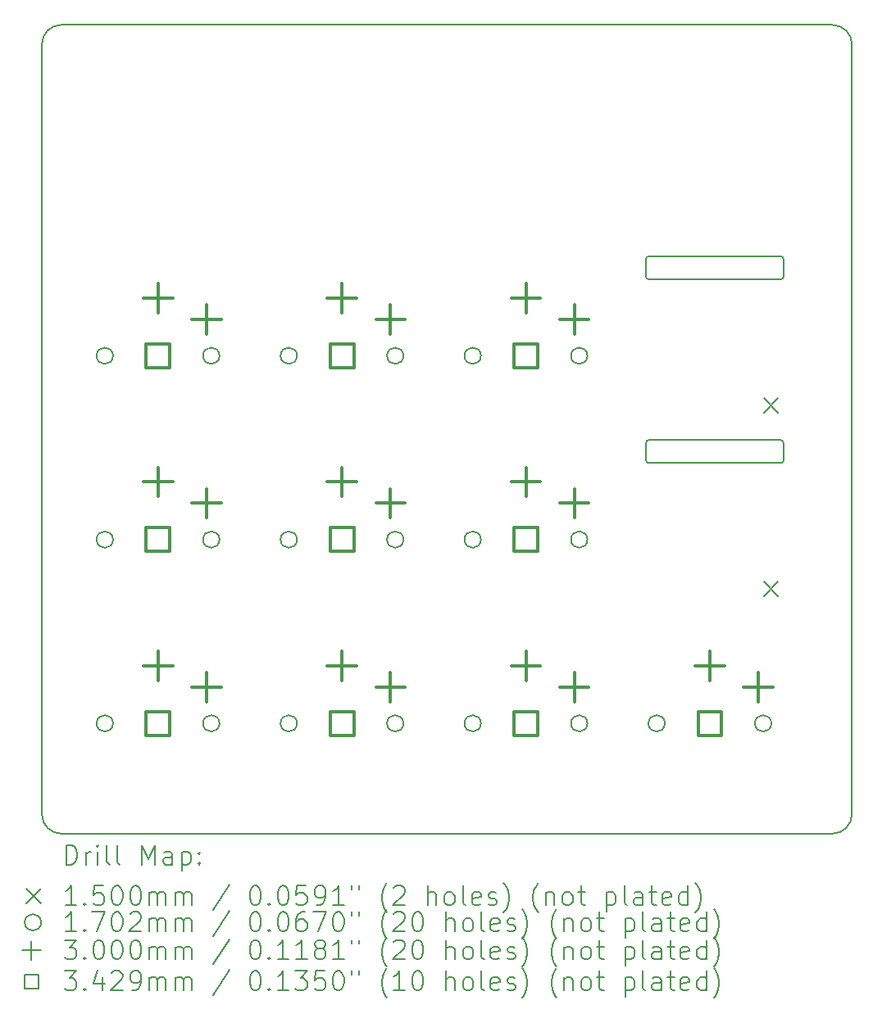
<source format=gbr>
%TF.GenerationSoftware,KiCad,Pcbnew,8.0.4*%
%TF.CreationDate,2024-09-01T19:47:05+02:00*%
%TF.ProjectId,bombopad,626f6d62-6f70-4616-942e-6b696361645f,v1.0.0*%
%TF.SameCoordinates,Original*%
%TF.FileFunction,Drillmap*%
%TF.FilePolarity,Positive*%
%FSLAX45Y45*%
G04 Gerber Fmt 4.5, Leading zero omitted, Abs format (unit mm)*
G04 Created by KiCad (PCBNEW 8.0.4) date 2024-09-01 19:47:05*
%MOMM*%
%LPD*%
G01*
G04 APERTURE LIST*
%ADD10C,0.150000*%
%ADD11C,0.200000*%
%ADD12C,0.170180*%
%ADD13C,0.300000*%
%ADD14C,0.342900*%
G04 APERTURE END LIST*
D10*
X10079500Y-1624200D02*
X2112800Y-1624200D01*
X10279500Y-9784200D02*
X10279500Y-1824200D01*
X10279500Y-9784200D02*
G75*
G02*
X10079500Y-9984200I-200000J0D01*
G01*
X10079500Y-1624200D02*
G75*
G02*
X10279500Y-1824200I0J-200000D01*
G01*
X2112800Y-9984200D02*
G75*
G02*
X1912800Y-9784200I0J200000D01*
G01*
X1912800Y-1824200D02*
X1912800Y-9784200D01*
X1912800Y-1824200D02*
G75*
G02*
X2112800Y-1624200I200000J0D01*
G01*
X2112800Y-9984200D02*
X10079500Y-9984200D01*
X8152800Y-4044200D02*
X8152800Y-4224200D01*
X8182800Y-4254200D02*
X9542800Y-4254200D01*
X9542800Y-4014200D02*
X8182800Y-4014200D01*
X9572800Y-4224200D02*
X9572800Y-4044200D01*
X8152800Y-4044200D02*
G75*
G02*
X8182800Y-4014200I30000J0D01*
G01*
X8182800Y-4254200D02*
G75*
G02*
X8152800Y-4224200I0J30000D01*
G01*
X9542800Y-4014200D02*
G75*
G02*
X9572800Y-4044200I0J-30000D01*
G01*
X9572800Y-4224200D02*
G75*
G02*
X9542800Y-4254200I-30000J0D01*
G01*
X8152800Y-5944200D02*
X8152800Y-6124200D01*
X8182800Y-6154200D02*
X9542800Y-6154200D01*
X9542800Y-5914200D02*
X8182800Y-5914200D01*
X9572800Y-6124200D02*
X9572800Y-5944200D01*
X8152800Y-5944200D02*
G75*
G02*
X8182800Y-5914200I30000J0D01*
G01*
X8182800Y-6154200D02*
G75*
G02*
X8152800Y-6124200I0J30000D01*
G01*
X9542800Y-5914200D02*
G75*
G02*
X9572800Y-5944200I0J-30000D01*
G01*
X9572800Y-6124200D02*
G75*
G02*
X9542800Y-6154200I-30000J0D01*
G01*
D11*
D10*
X9367800Y-5481700D02*
X9517800Y-5631700D01*
X9517800Y-5481700D02*
X9367800Y-5631700D01*
X9367800Y-7381700D02*
X9517800Y-7531700D01*
X9517800Y-7381700D02*
X9367800Y-7531700D01*
D12*
X2647890Y-5044200D02*
G75*
G02*
X2477710Y-5044200I-85090J0D01*
G01*
X2477710Y-5044200D02*
G75*
G02*
X2647890Y-5044200I85090J0D01*
G01*
X2647890Y-6944200D02*
G75*
G02*
X2477710Y-6944200I-85090J0D01*
G01*
X2477710Y-6944200D02*
G75*
G02*
X2647890Y-6944200I85090J0D01*
G01*
X2647890Y-8844200D02*
G75*
G02*
X2477710Y-8844200I-85090J0D01*
G01*
X2477710Y-8844200D02*
G75*
G02*
X2647890Y-8844200I85090J0D01*
G01*
X3747890Y-5044200D02*
G75*
G02*
X3577710Y-5044200I-85090J0D01*
G01*
X3577710Y-5044200D02*
G75*
G02*
X3747890Y-5044200I85090J0D01*
G01*
X3747890Y-6944200D02*
G75*
G02*
X3577710Y-6944200I-85090J0D01*
G01*
X3577710Y-6944200D02*
G75*
G02*
X3747890Y-6944200I85090J0D01*
G01*
X3747890Y-8844200D02*
G75*
G02*
X3577710Y-8844200I-85090J0D01*
G01*
X3577710Y-8844200D02*
G75*
G02*
X3747890Y-8844200I85090J0D01*
G01*
X4547890Y-5044200D02*
G75*
G02*
X4377710Y-5044200I-85090J0D01*
G01*
X4377710Y-5044200D02*
G75*
G02*
X4547890Y-5044200I85090J0D01*
G01*
X4547890Y-6944200D02*
G75*
G02*
X4377710Y-6944200I-85090J0D01*
G01*
X4377710Y-6944200D02*
G75*
G02*
X4547890Y-6944200I85090J0D01*
G01*
X4547890Y-8844200D02*
G75*
G02*
X4377710Y-8844200I-85090J0D01*
G01*
X4377710Y-8844200D02*
G75*
G02*
X4547890Y-8844200I85090J0D01*
G01*
X5647890Y-5044200D02*
G75*
G02*
X5477710Y-5044200I-85090J0D01*
G01*
X5477710Y-5044200D02*
G75*
G02*
X5647890Y-5044200I85090J0D01*
G01*
X5647890Y-6944200D02*
G75*
G02*
X5477710Y-6944200I-85090J0D01*
G01*
X5477710Y-6944200D02*
G75*
G02*
X5647890Y-6944200I85090J0D01*
G01*
X5647890Y-8844200D02*
G75*
G02*
X5477710Y-8844200I-85090J0D01*
G01*
X5477710Y-8844200D02*
G75*
G02*
X5647890Y-8844200I85090J0D01*
G01*
X6447890Y-5044200D02*
G75*
G02*
X6277710Y-5044200I-85090J0D01*
G01*
X6277710Y-5044200D02*
G75*
G02*
X6447890Y-5044200I85090J0D01*
G01*
X6447890Y-6944200D02*
G75*
G02*
X6277710Y-6944200I-85090J0D01*
G01*
X6277710Y-6944200D02*
G75*
G02*
X6447890Y-6944200I85090J0D01*
G01*
X6447890Y-8844200D02*
G75*
G02*
X6277710Y-8844200I-85090J0D01*
G01*
X6277710Y-8844200D02*
G75*
G02*
X6447890Y-8844200I85090J0D01*
G01*
X7547890Y-5044200D02*
G75*
G02*
X7377710Y-5044200I-85090J0D01*
G01*
X7377710Y-5044200D02*
G75*
G02*
X7547890Y-5044200I85090J0D01*
G01*
X7547890Y-6944200D02*
G75*
G02*
X7377710Y-6944200I-85090J0D01*
G01*
X7377710Y-6944200D02*
G75*
G02*
X7547890Y-6944200I85090J0D01*
G01*
X7547890Y-8844200D02*
G75*
G02*
X7377710Y-8844200I-85090J0D01*
G01*
X7377710Y-8844200D02*
G75*
G02*
X7547890Y-8844200I85090J0D01*
G01*
X8347890Y-8844200D02*
G75*
G02*
X8177710Y-8844200I-85090J0D01*
G01*
X8177710Y-8844200D02*
G75*
G02*
X8347890Y-8844200I85090J0D01*
G01*
X9447890Y-8844200D02*
G75*
G02*
X9277710Y-8844200I-85090J0D01*
G01*
X9277710Y-8844200D02*
G75*
G02*
X9447890Y-8844200I85090J0D01*
G01*
D13*
X3112800Y-4299200D02*
X3112800Y-4599200D01*
X2962800Y-4449200D02*
X3262800Y-4449200D01*
X3112800Y-6199200D02*
X3112800Y-6499200D01*
X2962800Y-6349200D02*
X3262800Y-6349200D01*
X3112800Y-8099200D02*
X3112800Y-8399200D01*
X2962800Y-8249200D02*
X3262800Y-8249200D01*
X3612800Y-4519200D02*
X3612800Y-4819200D01*
X3462800Y-4669200D02*
X3762800Y-4669200D01*
X3612800Y-6419200D02*
X3612800Y-6719200D01*
X3462800Y-6569200D02*
X3762800Y-6569200D01*
X3612800Y-8319200D02*
X3612800Y-8619200D01*
X3462800Y-8469200D02*
X3762800Y-8469200D01*
X5012800Y-4299200D02*
X5012800Y-4599200D01*
X4862800Y-4449200D02*
X5162800Y-4449200D01*
X5012800Y-6199200D02*
X5012800Y-6499200D01*
X4862800Y-6349200D02*
X5162800Y-6349200D01*
X5012800Y-8099200D02*
X5012800Y-8399200D01*
X4862800Y-8249200D02*
X5162800Y-8249200D01*
X5512800Y-4519200D02*
X5512800Y-4819200D01*
X5362800Y-4669200D02*
X5662800Y-4669200D01*
X5512800Y-6419200D02*
X5512800Y-6719200D01*
X5362800Y-6569200D02*
X5662800Y-6569200D01*
X5512800Y-8319200D02*
X5512800Y-8619200D01*
X5362800Y-8469200D02*
X5662800Y-8469200D01*
X6912800Y-4299200D02*
X6912800Y-4599200D01*
X6762800Y-4449200D02*
X7062800Y-4449200D01*
X6912800Y-6199200D02*
X6912800Y-6499200D01*
X6762800Y-6349200D02*
X7062800Y-6349200D01*
X6912800Y-8099200D02*
X6912800Y-8399200D01*
X6762800Y-8249200D02*
X7062800Y-8249200D01*
X7412800Y-4519200D02*
X7412800Y-4819200D01*
X7262800Y-4669200D02*
X7562800Y-4669200D01*
X7412800Y-6419200D02*
X7412800Y-6719200D01*
X7262800Y-6569200D02*
X7562800Y-6569200D01*
X7412800Y-8319200D02*
X7412800Y-8619200D01*
X7262800Y-8469200D02*
X7562800Y-8469200D01*
X8812800Y-8099200D02*
X8812800Y-8399200D01*
X8662800Y-8249200D02*
X8962800Y-8249200D01*
X9312800Y-8319200D02*
X9312800Y-8619200D01*
X9162800Y-8469200D02*
X9462800Y-8469200D01*
D14*
X3234035Y-5165435D02*
X3234035Y-4922965D01*
X2991565Y-4922965D01*
X2991565Y-5165435D01*
X3234035Y-5165435D01*
X3234035Y-7065435D02*
X3234035Y-6822965D01*
X2991565Y-6822965D01*
X2991565Y-7065435D01*
X3234035Y-7065435D01*
X3234035Y-8965435D02*
X3234035Y-8722965D01*
X2991565Y-8722965D01*
X2991565Y-8965435D01*
X3234035Y-8965435D01*
X5134035Y-5165435D02*
X5134035Y-4922965D01*
X4891565Y-4922965D01*
X4891565Y-5165435D01*
X5134035Y-5165435D01*
X5134035Y-7065435D02*
X5134035Y-6822965D01*
X4891565Y-6822965D01*
X4891565Y-7065435D01*
X5134035Y-7065435D01*
X5134035Y-8965435D02*
X5134035Y-8722965D01*
X4891565Y-8722965D01*
X4891565Y-8965435D01*
X5134035Y-8965435D01*
X7034035Y-5165435D02*
X7034035Y-4922965D01*
X6791565Y-4922965D01*
X6791565Y-5165435D01*
X7034035Y-5165435D01*
X7034035Y-7065435D02*
X7034035Y-6822965D01*
X6791565Y-6822965D01*
X6791565Y-7065435D01*
X7034035Y-7065435D01*
X7034035Y-8965435D02*
X7034035Y-8722965D01*
X6791565Y-8722965D01*
X6791565Y-8965435D01*
X7034035Y-8965435D01*
X8934035Y-8965435D02*
X8934035Y-8722965D01*
X8691565Y-8722965D01*
X8691565Y-8965435D01*
X8934035Y-8965435D01*
D11*
X2166077Y-10303184D02*
X2166077Y-10103184D01*
X2166077Y-10103184D02*
X2213696Y-10103184D01*
X2213696Y-10103184D02*
X2242267Y-10112708D01*
X2242267Y-10112708D02*
X2261315Y-10131755D01*
X2261315Y-10131755D02*
X2270839Y-10150803D01*
X2270839Y-10150803D02*
X2280363Y-10188898D01*
X2280363Y-10188898D02*
X2280363Y-10217470D01*
X2280363Y-10217470D02*
X2270839Y-10255565D01*
X2270839Y-10255565D02*
X2261315Y-10274612D01*
X2261315Y-10274612D02*
X2242267Y-10293660D01*
X2242267Y-10293660D02*
X2213696Y-10303184D01*
X2213696Y-10303184D02*
X2166077Y-10303184D01*
X2366077Y-10303184D02*
X2366077Y-10169850D01*
X2366077Y-10207946D02*
X2375601Y-10188898D01*
X2375601Y-10188898D02*
X2385124Y-10179374D01*
X2385124Y-10179374D02*
X2404172Y-10169850D01*
X2404172Y-10169850D02*
X2423220Y-10169850D01*
X2489886Y-10303184D02*
X2489886Y-10169850D01*
X2489886Y-10103184D02*
X2480363Y-10112708D01*
X2480363Y-10112708D02*
X2489886Y-10122231D01*
X2489886Y-10122231D02*
X2499410Y-10112708D01*
X2499410Y-10112708D02*
X2489886Y-10103184D01*
X2489886Y-10103184D02*
X2489886Y-10122231D01*
X2613696Y-10303184D02*
X2594648Y-10293660D01*
X2594648Y-10293660D02*
X2585124Y-10274612D01*
X2585124Y-10274612D02*
X2585124Y-10103184D01*
X2718458Y-10303184D02*
X2699410Y-10293660D01*
X2699410Y-10293660D02*
X2689886Y-10274612D01*
X2689886Y-10274612D02*
X2689886Y-10103184D01*
X2947029Y-10303184D02*
X2947029Y-10103184D01*
X2947029Y-10103184D02*
X3013696Y-10246041D01*
X3013696Y-10246041D02*
X3080362Y-10103184D01*
X3080362Y-10103184D02*
X3080362Y-10303184D01*
X3261315Y-10303184D02*
X3261315Y-10198422D01*
X3261315Y-10198422D02*
X3251791Y-10179374D01*
X3251791Y-10179374D02*
X3232743Y-10169850D01*
X3232743Y-10169850D02*
X3194648Y-10169850D01*
X3194648Y-10169850D02*
X3175601Y-10179374D01*
X3261315Y-10293660D02*
X3242267Y-10303184D01*
X3242267Y-10303184D02*
X3194648Y-10303184D01*
X3194648Y-10303184D02*
X3175601Y-10293660D01*
X3175601Y-10293660D02*
X3166077Y-10274612D01*
X3166077Y-10274612D02*
X3166077Y-10255565D01*
X3166077Y-10255565D02*
X3175601Y-10236517D01*
X3175601Y-10236517D02*
X3194648Y-10226993D01*
X3194648Y-10226993D02*
X3242267Y-10226993D01*
X3242267Y-10226993D02*
X3261315Y-10217470D01*
X3356553Y-10169850D02*
X3356553Y-10369850D01*
X3356553Y-10179374D02*
X3375601Y-10169850D01*
X3375601Y-10169850D02*
X3413696Y-10169850D01*
X3413696Y-10169850D02*
X3432743Y-10179374D01*
X3432743Y-10179374D02*
X3442267Y-10188898D01*
X3442267Y-10188898D02*
X3451791Y-10207946D01*
X3451791Y-10207946D02*
X3451791Y-10265089D01*
X3451791Y-10265089D02*
X3442267Y-10284136D01*
X3442267Y-10284136D02*
X3432743Y-10293660D01*
X3432743Y-10293660D02*
X3413696Y-10303184D01*
X3413696Y-10303184D02*
X3375601Y-10303184D01*
X3375601Y-10303184D02*
X3356553Y-10293660D01*
X3537505Y-10284136D02*
X3547029Y-10293660D01*
X3547029Y-10293660D02*
X3537505Y-10303184D01*
X3537505Y-10303184D02*
X3527982Y-10293660D01*
X3527982Y-10293660D02*
X3537505Y-10284136D01*
X3537505Y-10284136D02*
X3537505Y-10303184D01*
X3537505Y-10179374D02*
X3547029Y-10188898D01*
X3547029Y-10188898D02*
X3537505Y-10198422D01*
X3537505Y-10198422D02*
X3527982Y-10188898D01*
X3527982Y-10188898D02*
X3537505Y-10179374D01*
X3537505Y-10179374D02*
X3537505Y-10198422D01*
D10*
X1755300Y-10556700D02*
X1905300Y-10706700D01*
X1905300Y-10556700D02*
X1755300Y-10706700D01*
D11*
X2270839Y-10723184D02*
X2156553Y-10723184D01*
X2213696Y-10723184D02*
X2213696Y-10523184D01*
X2213696Y-10523184D02*
X2194648Y-10551755D01*
X2194648Y-10551755D02*
X2175601Y-10570803D01*
X2175601Y-10570803D02*
X2156553Y-10580327D01*
X2356553Y-10704136D02*
X2366077Y-10713660D01*
X2366077Y-10713660D02*
X2356553Y-10723184D01*
X2356553Y-10723184D02*
X2347029Y-10713660D01*
X2347029Y-10713660D02*
X2356553Y-10704136D01*
X2356553Y-10704136D02*
X2356553Y-10723184D01*
X2547029Y-10523184D02*
X2451791Y-10523184D01*
X2451791Y-10523184D02*
X2442267Y-10618422D01*
X2442267Y-10618422D02*
X2451791Y-10608898D01*
X2451791Y-10608898D02*
X2470839Y-10599374D01*
X2470839Y-10599374D02*
X2518458Y-10599374D01*
X2518458Y-10599374D02*
X2537505Y-10608898D01*
X2537505Y-10608898D02*
X2547029Y-10618422D01*
X2547029Y-10618422D02*
X2556553Y-10637470D01*
X2556553Y-10637470D02*
X2556553Y-10685089D01*
X2556553Y-10685089D02*
X2547029Y-10704136D01*
X2547029Y-10704136D02*
X2537505Y-10713660D01*
X2537505Y-10713660D02*
X2518458Y-10723184D01*
X2518458Y-10723184D02*
X2470839Y-10723184D01*
X2470839Y-10723184D02*
X2451791Y-10713660D01*
X2451791Y-10713660D02*
X2442267Y-10704136D01*
X2680363Y-10523184D02*
X2699410Y-10523184D01*
X2699410Y-10523184D02*
X2718458Y-10532708D01*
X2718458Y-10532708D02*
X2727982Y-10542231D01*
X2727982Y-10542231D02*
X2737505Y-10561279D01*
X2737505Y-10561279D02*
X2747029Y-10599374D01*
X2747029Y-10599374D02*
X2747029Y-10646993D01*
X2747029Y-10646993D02*
X2737505Y-10685089D01*
X2737505Y-10685089D02*
X2727982Y-10704136D01*
X2727982Y-10704136D02*
X2718458Y-10713660D01*
X2718458Y-10713660D02*
X2699410Y-10723184D01*
X2699410Y-10723184D02*
X2680363Y-10723184D01*
X2680363Y-10723184D02*
X2661315Y-10713660D01*
X2661315Y-10713660D02*
X2651791Y-10704136D01*
X2651791Y-10704136D02*
X2642267Y-10685089D01*
X2642267Y-10685089D02*
X2632744Y-10646993D01*
X2632744Y-10646993D02*
X2632744Y-10599374D01*
X2632744Y-10599374D02*
X2642267Y-10561279D01*
X2642267Y-10561279D02*
X2651791Y-10542231D01*
X2651791Y-10542231D02*
X2661315Y-10532708D01*
X2661315Y-10532708D02*
X2680363Y-10523184D01*
X2870839Y-10523184D02*
X2889886Y-10523184D01*
X2889886Y-10523184D02*
X2908934Y-10532708D01*
X2908934Y-10532708D02*
X2918458Y-10542231D01*
X2918458Y-10542231D02*
X2927982Y-10561279D01*
X2927982Y-10561279D02*
X2937505Y-10599374D01*
X2937505Y-10599374D02*
X2937505Y-10646993D01*
X2937505Y-10646993D02*
X2927982Y-10685089D01*
X2927982Y-10685089D02*
X2918458Y-10704136D01*
X2918458Y-10704136D02*
X2908934Y-10713660D01*
X2908934Y-10713660D02*
X2889886Y-10723184D01*
X2889886Y-10723184D02*
X2870839Y-10723184D01*
X2870839Y-10723184D02*
X2851791Y-10713660D01*
X2851791Y-10713660D02*
X2842267Y-10704136D01*
X2842267Y-10704136D02*
X2832743Y-10685089D01*
X2832743Y-10685089D02*
X2823220Y-10646993D01*
X2823220Y-10646993D02*
X2823220Y-10599374D01*
X2823220Y-10599374D02*
X2832743Y-10561279D01*
X2832743Y-10561279D02*
X2842267Y-10542231D01*
X2842267Y-10542231D02*
X2851791Y-10532708D01*
X2851791Y-10532708D02*
X2870839Y-10523184D01*
X3023220Y-10723184D02*
X3023220Y-10589850D01*
X3023220Y-10608898D02*
X3032743Y-10599374D01*
X3032743Y-10599374D02*
X3051791Y-10589850D01*
X3051791Y-10589850D02*
X3080363Y-10589850D01*
X3080363Y-10589850D02*
X3099410Y-10599374D01*
X3099410Y-10599374D02*
X3108934Y-10618422D01*
X3108934Y-10618422D02*
X3108934Y-10723184D01*
X3108934Y-10618422D02*
X3118458Y-10599374D01*
X3118458Y-10599374D02*
X3137505Y-10589850D01*
X3137505Y-10589850D02*
X3166077Y-10589850D01*
X3166077Y-10589850D02*
X3185124Y-10599374D01*
X3185124Y-10599374D02*
X3194648Y-10618422D01*
X3194648Y-10618422D02*
X3194648Y-10723184D01*
X3289886Y-10723184D02*
X3289886Y-10589850D01*
X3289886Y-10608898D02*
X3299410Y-10599374D01*
X3299410Y-10599374D02*
X3318458Y-10589850D01*
X3318458Y-10589850D02*
X3347029Y-10589850D01*
X3347029Y-10589850D02*
X3366077Y-10599374D01*
X3366077Y-10599374D02*
X3375601Y-10618422D01*
X3375601Y-10618422D02*
X3375601Y-10723184D01*
X3375601Y-10618422D02*
X3385124Y-10599374D01*
X3385124Y-10599374D02*
X3404172Y-10589850D01*
X3404172Y-10589850D02*
X3432743Y-10589850D01*
X3432743Y-10589850D02*
X3451791Y-10599374D01*
X3451791Y-10599374D02*
X3461315Y-10618422D01*
X3461315Y-10618422D02*
X3461315Y-10723184D01*
X3851791Y-10513660D02*
X3680363Y-10770803D01*
X4108934Y-10523184D02*
X4127982Y-10523184D01*
X4127982Y-10523184D02*
X4147029Y-10532708D01*
X4147029Y-10532708D02*
X4156553Y-10542231D01*
X4156553Y-10542231D02*
X4166077Y-10561279D01*
X4166077Y-10561279D02*
X4175601Y-10599374D01*
X4175601Y-10599374D02*
X4175601Y-10646993D01*
X4175601Y-10646993D02*
X4166077Y-10685089D01*
X4166077Y-10685089D02*
X4156553Y-10704136D01*
X4156553Y-10704136D02*
X4147029Y-10713660D01*
X4147029Y-10713660D02*
X4127982Y-10723184D01*
X4127982Y-10723184D02*
X4108934Y-10723184D01*
X4108934Y-10723184D02*
X4089886Y-10713660D01*
X4089886Y-10713660D02*
X4080363Y-10704136D01*
X4080363Y-10704136D02*
X4070839Y-10685089D01*
X4070839Y-10685089D02*
X4061315Y-10646993D01*
X4061315Y-10646993D02*
X4061315Y-10599374D01*
X4061315Y-10599374D02*
X4070839Y-10561279D01*
X4070839Y-10561279D02*
X4080363Y-10542231D01*
X4080363Y-10542231D02*
X4089886Y-10532708D01*
X4089886Y-10532708D02*
X4108934Y-10523184D01*
X4261315Y-10704136D02*
X4270839Y-10713660D01*
X4270839Y-10713660D02*
X4261315Y-10723184D01*
X4261315Y-10723184D02*
X4251791Y-10713660D01*
X4251791Y-10713660D02*
X4261315Y-10704136D01*
X4261315Y-10704136D02*
X4261315Y-10723184D01*
X4394648Y-10523184D02*
X4413696Y-10523184D01*
X4413696Y-10523184D02*
X4432744Y-10532708D01*
X4432744Y-10532708D02*
X4442268Y-10542231D01*
X4442268Y-10542231D02*
X4451791Y-10561279D01*
X4451791Y-10561279D02*
X4461315Y-10599374D01*
X4461315Y-10599374D02*
X4461315Y-10646993D01*
X4461315Y-10646993D02*
X4451791Y-10685089D01*
X4451791Y-10685089D02*
X4442268Y-10704136D01*
X4442268Y-10704136D02*
X4432744Y-10713660D01*
X4432744Y-10713660D02*
X4413696Y-10723184D01*
X4413696Y-10723184D02*
X4394648Y-10723184D01*
X4394648Y-10723184D02*
X4375601Y-10713660D01*
X4375601Y-10713660D02*
X4366077Y-10704136D01*
X4366077Y-10704136D02*
X4356553Y-10685089D01*
X4356553Y-10685089D02*
X4347029Y-10646993D01*
X4347029Y-10646993D02*
X4347029Y-10599374D01*
X4347029Y-10599374D02*
X4356553Y-10561279D01*
X4356553Y-10561279D02*
X4366077Y-10542231D01*
X4366077Y-10542231D02*
X4375601Y-10532708D01*
X4375601Y-10532708D02*
X4394648Y-10523184D01*
X4642268Y-10523184D02*
X4547029Y-10523184D01*
X4547029Y-10523184D02*
X4537506Y-10618422D01*
X4537506Y-10618422D02*
X4547029Y-10608898D01*
X4547029Y-10608898D02*
X4566077Y-10599374D01*
X4566077Y-10599374D02*
X4613696Y-10599374D01*
X4613696Y-10599374D02*
X4632744Y-10608898D01*
X4632744Y-10608898D02*
X4642268Y-10618422D01*
X4642268Y-10618422D02*
X4651791Y-10637470D01*
X4651791Y-10637470D02*
X4651791Y-10685089D01*
X4651791Y-10685089D02*
X4642268Y-10704136D01*
X4642268Y-10704136D02*
X4632744Y-10713660D01*
X4632744Y-10713660D02*
X4613696Y-10723184D01*
X4613696Y-10723184D02*
X4566077Y-10723184D01*
X4566077Y-10723184D02*
X4547029Y-10713660D01*
X4547029Y-10713660D02*
X4537506Y-10704136D01*
X4747029Y-10723184D02*
X4785125Y-10723184D01*
X4785125Y-10723184D02*
X4804172Y-10713660D01*
X4804172Y-10713660D02*
X4813696Y-10704136D01*
X4813696Y-10704136D02*
X4832744Y-10675565D01*
X4832744Y-10675565D02*
X4842268Y-10637470D01*
X4842268Y-10637470D02*
X4842268Y-10561279D01*
X4842268Y-10561279D02*
X4832744Y-10542231D01*
X4832744Y-10542231D02*
X4823220Y-10532708D01*
X4823220Y-10532708D02*
X4804172Y-10523184D01*
X4804172Y-10523184D02*
X4766077Y-10523184D01*
X4766077Y-10523184D02*
X4747029Y-10532708D01*
X4747029Y-10532708D02*
X4737506Y-10542231D01*
X4737506Y-10542231D02*
X4727982Y-10561279D01*
X4727982Y-10561279D02*
X4727982Y-10608898D01*
X4727982Y-10608898D02*
X4737506Y-10627946D01*
X4737506Y-10627946D02*
X4747029Y-10637470D01*
X4747029Y-10637470D02*
X4766077Y-10646993D01*
X4766077Y-10646993D02*
X4804172Y-10646993D01*
X4804172Y-10646993D02*
X4823220Y-10637470D01*
X4823220Y-10637470D02*
X4832744Y-10627946D01*
X4832744Y-10627946D02*
X4842268Y-10608898D01*
X5032744Y-10723184D02*
X4918458Y-10723184D01*
X4975601Y-10723184D02*
X4975601Y-10523184D01*
X4975601Y-10523184D02*
X4956553Y-10551755D01*
X4956553Y-10551755D02*
X4937506Y-10570803D01*
X4937506Y-10570803D02*
X4918458Y-10580327D01*
X5108934Y-10523184D02*
X5108934Y-10561279D01*
X5185125Y-10523184D02*
X5185125Y-10561279D01*
X5480363Y-10799374D02*
X5470839Y-10789850D01*
X5470839Y-10789850D02*
X5451791Y-10761279D01*
X5451791Y-10761279D02*
X5442268Y-10742231D01*
X5442268Y-10742231D02*
X5432744Y-10713660D01*
X5432744Y-10713660D02*
X5423220Y-10666041D01*
X5423220Y-10666041D02*
X5423220Y-10627946D01*
X5423220Y-10627946D02*
X5432744Y-10580327D01*
X5432744Y-10580327D02*
X5442268Y-10551755D01*
X5442268Y-10551755D02*
X5451791Y-10532708D01*
X5451791Y-10532708D02*
X5470839Y-10504136D01*
X5470839Y-10504136D02*
X5480363Y-10494612D01*
X5547030Y-10542231D02*
X5556553Y-10532708D01*
X5556553Y-10532708D02*
X5575601Y-10523184D01*
X5575601Y-10523184D02*
X5623220Y-10523184D01*
X5623220Y-10523184D02*
X5642268Y-10532708D01*
X5642268Y-10532708D02*
X5651791Y-10542231D01*
X5651791Y-10542231D02*
X5661315Y-10561279D01*
X5661315Y-10561279D02*
X5661315Y-10580327D01*
X5661315Y-10580327D02*
X5651791Y-10608898D01*
X5651791Y-10608898D02*
X5537506Y-10723184D01*
X5537506Y-10723184D02*
X5661315Y-10723184D01*
X5899410Y-10723184D02*
X5899410Y-10523184D01*
X5985125Y-10723184D02*
X5985125Y-10618422D01*
X5985125Y-10618422D02*
X5975601Y-10599374D01*
X5975601Y-10599374D02*
X5956553Y-10589850D01*
X5956553Y-10589850D02*
X5927982Y-10589850D01*
X5927982Y-10589850D02*
X5908934Y-10599374D01*
X5908934Y-10599374D02*
X5899410Y-10608898D01*
X6108934Y-10723184D02*
X6089887Y-10713660D01*
X6089887Y-10713660D02*
X6080363Y-10704136D01*
X6080363Y-10704136D02*
X6070839Y-10685089D01*
X6070839Y-10685089D02*
X6070839Y-10627946D01*
X6070839Y-10627946D02*
X6080363Y-10608898D01*
X6080363Y-10608898D02*
X6089887Y-10599374D01*
X6089887Y-10599374D02*
X6108934Y-10589850D01*
X6108934Y-10589850D02*
X6137506Y-10589850D01*
X6137506Y-10589850D02*
X6156553Y-10599374D01*
X6156553Y-10599374D02*
X6166077Y-10608898D01*
X6166077Y-10608898D02*
X6175601Y-10627946D01*
X6175601Y-10627946D02*
X6175601Y-10685089D01*
X6175601Y-10685089D02*
X6166077Y-10704136D01*
X6166077Y-10704136D02*
X6156553Y-10713660D01*
X6156553Y-10713660D02*
X6137506Y-10723184D01*
X6137506Y-10723184D02*
X6108934Y-10723184D01*
X6289887Y-10723184D02*
X6270839Y-10713660D01*
X6270839Y-10713660D02*
X6261315Y-10694612D01*
X6261315Y-10694612D02*
X6261315Y-10523184D01*
X6442268Y-10713660D02*
X6423220Y-10723184D01*
X6423220Y-10723184D02*
X6385125Y-10723184D01*
X6385125Y-10723184D02*
X6366077Y-10713660D01*
X6366077Y-10713660D02*
X6356553Y-10694612D01*
X6356553Y-10694612D02*
X6356553Y-10618422D01*
X6356553Y-10618422D02*
X6366077Y-10599374D01*
X6366077Y-10599374D02*
X6385125Y-10589850D01*
X6385125Y-10589850D02*
X6423220Y-10589850D01*
X6423220Y-10589850D02*
X6442268Y-10599374D01*
X6442268Y-10599374D02*
X6451791Y-10618422D01*
X6451791Y-10618422D02*
X6451791Y-10637470D01*
X6451791Y-10637470D02*
X6356553Y-10656517D01*
X6527982Y-10713660D02*
X6547030Y-10723184D01*
X6547030Y-10723184D02*
X6585125Y-10723184D01*
X6585125Y-10723184D02*
X6604172Y-10713660D01*
X6604172Y-10713660D02*
X6613696Y-10694612D01*
X6613696Y-10694612D02*
X6613696Y-10685089D01*
X6613696Y-10685089D02*
X6604172Y-10666041D01*
X6604172Y-10666041D02*
X6585125Y-10656517D01*
X6585125Y-10656517D02*
X6556553Y-10656517D01*
X6556553Y-10656517D02*
X6537506Y-10646993D01*
X6537506Y-10646993D02*
X6527982Y-10627946D01*
X6527982Y-10627946D02*
X6527982Y-10618422D01*
X6527982Y-10618422D02*
X6537506Y-10599374D01*
X6537506Y-10599374D02*
X6556553Y-10589850D01*
X6556553Y-10589850D02*
X6585125Y-10589850D01*
X6585125Y-10589850D02*
X6604172Y-10599374D01*
X6680363Y-10799374D02*
X6689887Y-10789850D01*
X6689887Y-10789850D02*
X6708934Y-10761279D01*
X6708934Y-10761279D02*
X6718458Y-10742231D01*
X6718458Y-10742231D02*
X6727982Y-10713660D01*
X6727982Y-10713660D02*
X6737506Y-10666041D01*
X6737506Y-10666041D02*
X6737506Y-10627946D01*
X6737506Y-10627946D02*
X6727982Y-10580327D01*
X6727982Y-10580327D02*
X6718458Y-10551755D01*
X6718458Y-10551755D02*
X6708934Y-10532708D01*
X6708934Y-10532708D02*
X6689887Y-10504136D01*
X6689887Y-10504136D02*
X6680363Y-10494612D01*
X7042268Y-10799374D02*
X7032744Y-10789850D01*
X7032744Y-10789850D02*
X7013696Y-10761279D01*
X7013696Y-10761279D02*
X7004172Y-10742231D01*
X7004172Y-10742231D02*
X6994649Y-10713660D01*
X6994649Y-10713660D02*
X6985125Y-10666041D01*
X6985125Y-10666041D02*
X6985125Y-10627946D01*
X6985125Y-10627946D02*
X6994649Y-10580327D01*
X6994649Y-10580327D02*
X7004172Y-10551755D01*
X7004172Y-10551755D02*
X7013696Y-10532708D01*
X7013696Y-10532708D02*
X7032744Y-10504136D01*
X7032744Y-10504136D02*
X7042268Y-10494612D01*
X7118458Y-10589850D02*
X7118458Y-10723184D01*
X7118458Y-10608898D02*
X7127982Y-10599374D01*
X7127982Y-10599374D02*
X7147030Y-10589850D01*
X7147030Y-10589850D02*
X7175601Y-10589850D01*
X7175601Y-10589850D02*
X7194649Y-10599374D01*
X7194649Y-10599374D02*
X7204172Y-10618422D01*
X7204172Y-10618422D02*
X7204172Y-10723184D01*
X7327982Y-10723184D02*
X7308934Y-10713660D01*
X7308934Y-10713660D02*
X7299411Y-10704136D01*
X7299411Y-10704136D02*
X7289887Y-10685089D01*
X7289887Y-10685089D02*
X7289887Y-10627946D01*
X7289887Y-10627946D02*
X7299411Y-10608898D01*
X7299411Y-10608898D02*
X7308934Y-10599374D01*
X7308934Y-10599374D02*
X7327982Y-10589850D01*
X7327982Y-10589850D02*
X7356553Y-10589850D01*
X7356553Y-10589850D02*
X7375601Y-10599374D01*
X7375601Y-10599374D02*
X7385125Y-10608898D01*
X7385125Y-10608898D02*
X7394649Y-10627946D01*
X7394649Y-10627946D02*
X7394649Y-10685089D01*
X7394649Y-10685089D02*
X7385125Y-10704136D01*
X7385125Y-10704136D02*
X7375601Y-10713660D01*
X7375601Y-10713660D02*
X7356553Y-10723184D01*
X7356553Y-10723184D02*
X7327982Y-10723184D01*
X7451792Y-10589850D02*
X7527982Y-10589850D01*
X7480363Y-10523184D02*
X7480363Y-10694612D01*
X7480363Y-10694612D02*
X7489887Y-10713660D01*
X7489887Y-10713660D02*
X7508934Y-10723184D01*
X7508934Y-10723184D02*
X7527982Y-10723184D01*
X7747030Y-10589850D02*
X7747030Y-10789850D01*
X7747030Y-10599374D02*
X7766077Y-10589850D01*
X7766077Y-10589850D02*
X7804173Y-10589850D01*
X7804173Y-10589850D02*
X7823220Y-10599374D01*
X7823220Y-10599374D02*
X7832744Y-10608898D01*
X7832744Y-10608898D02*
X7842268Y-10627946D01*
X7842268Y-10627946D02*
X7842268Y-10685089D01*
X7842268Y-10685089D02*
X7832744Y-10704136D01*
X7832744Y-10704136D02*
X7823220Y-10713660D01*
X7823220Y-10713660D02*
X7804173Y-10723184D01*
X7804173Y-10723184D02*
X7766077Y-10723184D01*
X7766077Y-10723184D02*
X7747030Y-10713660D01*
X7956553Y-10723184D02*
X7937506Y-10713660D01*
X7937506Y-10713660D02*
X7927982Y-10694612D01*
X7927982Y-10694612D02*
X7927982Y-10523184D01*
X8118458Y-10723184D02*
X8118458Y-10618422D01*
X8118458Y-10618422D02*
X8108934Y-10599374D01*
X8108934Y-10599374D02*
X8089887Y-10589850D01*
X8089887Y-10589850D02*
X8051792Y-10589850D01*
X8051792Y-10589850D02*
X8032744Y-10599374D01*
X8118458Y-10713660D02*
X8099411Y-10723184D01*
X8099411Y-10723184D02*
X8051792Y-10723184D01*
X8051792Y-10723184D02*
X8032744Y-10713660D01*
X8032744Y-10713660D02*
X8023220Y-10694612D01*
X8023220Y-10694612D02*
X8023220Y-10675565D01*
X8023220Y-10675565D02*
X8032744Y-10656517D01*
X8032744Y-10656517D02*
X8051792Y-10646993D01*
X8051792Y-10646993D02*
X8099411Y-10646993D01*
X8099411Y-10646993D02*
X8118458Y-10637470D01*
X8185125Y-10589850D02*
X8261315Y-10589850D01*
X8213696Y-10523184D02*
X8213696Y-10694612D01*
X8213696Y-10694612D02*
X8223220Y-10713660D01*
X8223220Y-10713660D02*
X8242268Y-10723184D01*
X8242268Y-10723184D02*
X8261315Y-10723184D01*
X8404173Y-10713660D02*
X8385125Y-10723184D01*
X8385125Y-10723184D02*
X8347030Y-10723184D01*
X8347030Y-10723184D02*
X8327982Y-10713660D01*
X8327982Y-10713660D02*
X8318458Y-10694612D01*
X8318458Y-10694612D02*
X8318458Y-10618422D01*
X8318458Y-10618422D02*
X8327982Y-10599374D01*
X8327982Y-10599374D02*
X8347030Y-10589850D01*
X8347030Y-10589850D02*
X8385125Y-10589850D01*
X8385125Y-10589850D02*
X8404173Y-10599374D01*
X8404173Y-10599374D02*
X8413696Y-10618422D01*
X8413696Y-10618422D02*
X8413696Y-10637470D01*
X8413696Y-10637470D02*
X8318458Y-10656517D01*
X8585125Y-10723184D02*
X8585125Y-10523184D01*
X8585125Y-10713660D02*
X8566077Y-10723184D01*
X8566077Y-10723184D02*
X8527982Y-10723184D01*
X8527982Y-10723184D02*
X8508935Y-10713660D01*
X8508935Y-10713660D02*
X8499411Y-10704136D01*
X8499411Y-10704136D02*
X8489887Y-10685089D01*
X8489887Y-10685089D02*
X8489887Y-10627946D01*
X8489887Y-10627946D02*
X8499411Y-10608898D01*
X8499411Y-10608898D02*
X8508935Y-10599374D01*
X8508935Y-10599374D02*
X8527982Y-10589850D01*
X8527982Y-10589850D02*
X8566077Y-10589850D01*
X8566077Y-10589850D02*
X8585125Y-10599374D01*
X8661316Y-10799374D02*
X8670839Y-10789850D01*
X8670839Y-10789850D02*
X8689887Y-10761279D01*
X8689887Y-10761279D02*
X8699411Y-10742231D01*
X8699411Y-10742231D02*
X8708935Y-10713660D01*
X8708935Y-10713660D02*
X8718458Y-10666041D01*
X8718458Y-10666041D02*
X8718458Y-10627946D01*
X8718458Y-10627946D02*
X8708935Y-10580327D01*
X8708935Y-10580327D02*
X8699411Y-10551755D01*
X8699411Y-10551755D02*
X8689887Y-10532708D01*
X8689887Y-10532708D02*
X8670839Y-10504136D01*
X8670839Y-10504136D02*
X8661316Y-10494612D01*
D12*
X1905300Y-10901700D02*
G75*
G02*
X1735120Y-10901700I-85090J0D01*
G01*
X1735120Y-10901700D02*
G75*
G02*
X1905300Y-10901700I85090J0D01*
G01*
D11*
X2270839Y-10993184D02*
X2156553Y-10993184D01*
X2213696Y-10993184D02*
X2213696Y-10793184D01*
X2213696Y-10793184D02*
X2194648Y-10821755D01*
X2194648Y-10821755D02*
X2175601Y-10840803D01*
X2175601Y-10840803D02*
X2156553Y-10850327D01*
X2356553Y-10974136D02*
X2366077Y-10983660D01*
X2366077Y-10983660D02*
X2356553Y-10993184D01*
X2356553Y-10993184D02*
X2347029Y-10983660D01*
X2347029Y-10983660D02*
X2356553Y-10974136D01*
X2356553Y-10974136D02*
X2356553Y-10993184D01*
X2432744Y-10793184D02*
X2566077Y-10793184D01*
X2566077Y-10793184D02*
X2480363Y-10993184D01*
X2680363Y-10793184D02*
X2699410Y-10793184D01*
X2699410Y-10793184D02*
X2718458Y-10802708D01*
X2718458Y-10802708D02*
X2727982Y-10812231D01*
X2727982Y-10812231D02*
X2737505Y-10831279D01*
X2737505Y-10831279D02*
X2747029Y-10869374D01*
X2747029Y-10869374D02*
X2747029Y-10916993D01*
X2747029Y-10916993D02*
X2737505Y-10955089D01*
X2737505Y-10955089D02*
X2727982Y-10974136D01*
X2727982Y-10974136D02*
X2718458Y-10983660D01*
X2718458Y-10983660D02*
X2699410Y-10993184D01*
X2699410Y-10993184D02*
X2680363Y-10993184D01*
X2680363Y-10993184D02*
X2661315Y-10983660D01*
X2661315Y-10983660D02*
X2651791Y-10974136D01*
X2651791Y-10974136D02*
X2642267Y-10955089D01*
X2642267Y-10955089D02*
X2632744Y-10916993D01*
X2632744Y-10916993D02*
X2632744Y-10869374D01*
X2632744Y-10869374D02*
X2642267Y-10831279D01*
X2642267Y-10831279D02*
X2651791Y-10812231D01*
X2651791Y-10812231D02*
X2661315Y-10802708D01*
X2661315Y-10802708D02*
X2680363Y-10793184D01*
X2823220Y-10812231D02*
X2832743Y-10802708D01*
X2832743Y-10802708D02*
X2851791Y-10793184D01*
X2851791Y-10793184D02*
X2899410Y-10793184D01*
X2899410Y-10793184D02*
X2918458Y-10802708D01*
X2918458Y-10802708D02*
X2927982Y-10812231D01*
X2927982Y-10812231D02*
X2937505Y-10831279D01*
X2937505Y-10831279D02*
X2937505Y-10850327D01*
X2937505Y-10850327D02*
X2927982Y-10878898D01*
X2927982Y-10878898D02*
X2813696Y-10993184D01*
X2813696Y-10993184D02*
X2937505Y-10993184D01*
X3023220Y-10993184D02*
X3023220Y-10859850D01*
X3023220Y-10878898D02*
X3032743Y-10869374D01*
X3032743Y-10869374D02*
X3051791Y-10859850D01*
X3051791Y-10859850D02*
X3080363Y-10859850D01*
X3080363Y-10859850D02*
X3099410Y-10869374D01*
X3099410Y-10869374D02*
X3108934Y-10888422D01*
X3108934Y-10888422D02*
X3108934Y-10993184D01*
X3108934Y-10888422D02*
X3118458Y-10869374D01*
X3118458Y-10869374D02*
X3137505Y-10859850D01*
X3137505Y-10859850D02*
X3166077Y-10859850D01*
X3166077Y-10859850D02*
X3185124Y-10869374D01*
X3185124Y-10869374D02*
X3194648Y-10888422D01*
X3194648Y-10888422D02*
X3194648Y-10993184D01*
X3289886Y-10993184D02*
X3289886Y-10859850D01*
X3289886Y-10878898D02*
X3299410Y-10869374D01*
X3299410Y-10869374D02*
X3318458Y-10859850D01*
X3318458Y-10859850D02*
X3347029Y-10859850D01*
X3347029Y-10859850D02*
X3366077Y-10869374D01*
X3366077Y-10869374D02*
X3375601Y-10888422D01*
X3375601Y-10888422D02*
X3375601Y-10993184D01*
X3375601Y-10888422D02*
X3385124Y-10869374D01*
X3385124Y-10869374D02*
X3404172Y-10859850D01*
X3404172Y-10859850D02*
X3432743Y-10859850D01*
X3432743Y-10859850D02*
X3451791Y-10869374D01*
X3451791Y-10869374D02*
X3461315Y-10888422D01*
X3461315Y-10888422D02*
X3461315Y-10993184D01*
X3851791Y-10783660D02*
X3680363Y-11040803D01*
X4108934Y-10793184D02*
X4127982Y-10793184D01*
X4127982Y-10793184D02*
X4147029Y-10802708D01*
X4147029Y-10802708D02*
X4156553Y-10812231D01*
X4156553Y-10812231D02*
X4166077Y-10831279D01*
X4166077Y-10831279D02*
X4175601Y-10869374D01*
X4175601Y-10869374D02*
X4175601Y-10916993D01*
X4175601Y-10916993D02*
X4166077Y-10955089D01*
X4166077Y-10955089D02*
X4156553Y-10974136D01*
X4156553Y-10974136D02*
X4147029Y-10983660D01*
X4147029Y-10983660D02*
X4127982Y-10993184D01*
X4127982Y-10993184D02*
X4108934Y-10993184D01*
X4108934Y-10993184D02*
X4089886Y-10983660D01*
X4089886Y-10983660D02*
X4080363Y-10974136D01*
X4080363Y-10974136D02*
X4070839Y-10955089D01*
X4070839Y-10955089D02*
X4061315Y-10916993D01*
X4061315Y-10916993D02*
X4061315Y-10869374D01*
X4061315Y-10869374D02*
X4070839Y-10831279D01*
X4070839Y-10831279D02*
X4080363Y-10812231D01*
X4080363Y-10812231D02*
X4089886Y-10802708D01*
X4089886Y-10802708D02*
X4108934Y-10793184D01*
X4261315Y-10974136D02*
X4270839Y-10983660D01*
X4270839Y-10983660D02*
X4261315Y-10993184D01*
X4261315Y-10993184D02*
X4251791Y-10983660D01*
X4251791Y-10983660D02*
X4261315Y-10974136D01*
X4261315Y-10974136D02*
X4261315Y-10993184D01*
X4394648Y-10793184D02*
X4413696Y-10793184D01*
X4413696Y-10793184D02*
X4432744Y-10802708D01*
X4432744Y-10802708D02*
X4442268Y-10812231D01*
X4442268Y-10812231D02*
X4451791Y-10831279D01*
X4451791Y-10831279D02*
X4461315Y-10869374D01*
X4461315Y-10869374D02*
X4461315Y-10916993D01*
X4461315Y-10916993D02*
X4451791Y-10955089D01*
X4451791Y-10955089D02*
X4442268Y-10974136D01*
X4442268Y-10974136D02*
X4432744Y-10983660D01*
X4432744Y-10983660D02*
X4413696Y-10993184D01*
X4413696Y-10993184D02*
X4394648Y-10993184D01*
X4394648Y-10993184D02*
X4375601Y-10983660D01*
X4375601Y-10983660D02*
X4366077Y-10974136D01*
X4366077Y-10974136D02*
X4356553Y-10955089D01*
X4356553Y-10955089D02*
X4347029Y-10916993D01*
X4347029Y-10916993D02*
X4347029Y-10869374D01*
X4347029Y-10869374D02*
X4356553Y-10831279D01*
X4356553Y-10831279D02*
X4366077Y-10812231D01*
X4366077Y-10812231D02*
X4375601Y-10802708D01*
X4375601Y-10802708D02*
X4394648Y-10793184D01*
X4632744Y-10793184D02*
X4594648Y-10793184D01*
X4594648Y-10793184D02*
X4575601Y-10802708D01*
X4575601Y-10802708D02*
X4566077Y-10812231D01*
X4566077Y-10812231D02*
X4547029Y-10840803D01*
X4547029Y-10840803D02*
X4537506Y-10878898D01*
X4537506Y-10878898D02*
X4537506Y-10955089D01*
X4537506Y-10955089D02*
X4547029Y-10974136D01*
X4547029Y-10974136D02*
X4556553Y-10983660D01*
X4556553Y-10983660D02*
X4575601Y-10993184D01*
X4575601Y-10993184D02*
X4613696Y-10993184D01*
X4613696Y-10993184D02*
X4632744Y-10983660D01*
X4632744Y-10983660D02*
X4642268Y-10974136D01*
X4642268Y-10974136D02*
X4651791Y-10955089D01*
X4651791Y-10955089D02*
X4651791Y-10907470D01*
X4651791Y-10907470D02*
X4642268Y-10888422D01*
X4642268Y-10888422D02*
X4632744Y-10878898D01*
X4632744Y-10878898D02*
X4613696Y-10869374D01*
X4613696Y-10869374D02*
X4575601Y-10869374D01*
X4575601Y-10869374D02*
X4556553Y-10878898D01*
X4556553Y-10878898D02*
X4547029Y-10888422D01*
X4547029Y-10888422D02*
X4537506Y-10907470D01*
X4718458Y-10793184D02*
X4851791Y-10793184D01*
X4851791Y-10793184D02*
X4766077Y-10993184D01*
X4966077Y-10793184D02*
X4985125Y-10793184D01*
X4985125Y-10793184D02*
X5004172Y-10802708D01*
X5004172Y-10802708D02*
X5013696Y-10812231D01*
X5013696Y-10812231D02*
X5023220Y-10831279D01*
X5023220Y-10831279D02*
X5032744Y-10869374D01*
X5032744Y-10869374D02*
X5032744Y-10916993D01*
X5032744Y-10916993D02*
X5023220Y-10955089D01*
X5023220Y-10955089D02*
X5013696Y-10974136D01*
X5013696Y-10974136D02*
X5004172Y-10983660D01*
X5004172Y-10983660D02*
X4985125Y-10993184D01*
X4985125Y-10993184D02*
X4966077Y-10993184D01*
X4966077Y-10993184D02*
X4947029Y-10983660D01*
X4947029Y-10983660D02*
X4937506Y-10974136D01*
X4937506Y-10974136D02*
X4927982Y-10955089D01*
X4927982Y-10955089D02*
X4918458Y-10916993D01*
X4918458Y-10916993D02*
X4918458Y-10869374D01*
X4918458Y-10869374D02*
X4927982Y-10831279D01*
X4927982Y-10831279D02*
X4937506Y-10812231D01*
X4937506Y-10812231D02*
X4947029Y-10802708D01*
X4947029Y-10802708D02*
X4966077Y-10793184D01*
X5108934Y-10793184D02*
X5108934Y-10831279D01*
X5185125Y-10793184D02*
X5185125Y-10831279D01*
X5480363Y-11069374D02*
X5470839Y-11059850D01*
X5470839Y-11059850D02*
X5451791Y-11031279D01*
X5451791Y-11031279D02*
X5442268Y-11012231D01*
X5442268Y-11012231D02*
X5432744Y-10983660D01*
X5432744Y-10983660D02*
X5423220Y-10936041D01*
X5423220Y-10936041D02*
X5423220Y-10897946D01*
X5423220Y-10897946D02*
X5432744Y-10850327D01*
X5432744Y-10850327D02*
X5442268Y-10821755D01*
X5442268Y-10821755D02*
X5451791Y-10802708D01*
X5451791Y-10802708D02*
X5470839Y-10774136D01*
X5470839Y-10774136D02*
X5480363Y-10764612D01*
X5547030Y-10812231D02*
X5556553Y-10802708D01*
X5556553Y-10802708D02*
X5575601Y-10793184D01*
X5575601Y-10793184D02*
X5623220Y-10793184D01*
X5623220Y-10793184D02*
X5642268Y-10802708D01*
X5642268Y-10802708D02*
X5651791Y-10812231D01*
X5651791Y-10812231D02*
X5661315Y-10831279D01*
X5661315Y-10831279D02*
X5661315Y-10850327D01*
X5661315Y-10850327D02*
X5651791Y-10878898D01*
X5651791Y-10878898D02*
X5537506Y-10993184D01*
X5537506Y-10993184D02*
X5661315Y-10993184D01*
X5785125Y-10793184D02*
X5804172Y-10793184D01*
X5804172Y-10793184D02*
X5823220Y-10802708D01*
X5823220Y-10802708D02*
X5832744Y-10812231D01*
X5832744Y-10812231D02*
X5842268Y-10831279D01*
X5842268Y-10831279D02*
X5851791Y-10869374D01*
X5851791Y-10869374D02*
X5851791Y-10916993D01*
X5851791Y-10916993D02*
X5842268Y-10955089D01*
X5842268Y-10955089D02*
X5832744Y-10974136D01*
X5832744Y-10974136D02*
X5823220Y-10983660D01*
X5823220Y-10983660D02*
X5804172Y-10993184D01*
X5804172Y-10993184D02*
X5785125Y-10993184D01*
X5785125Y-10993184D02*
X5766077Y-10983660D01*
X5766077Y-10983660D02*
X5756553Y-10974136D01*
X5756553Y-10974136D02*
X5747029Y-10955089D01*
X5747029Y-10955089D02*
X5737506Y-10916993D01*
X5737506Y-10916993D02*
X5737506Y-10869374D01*
X5737506Y-10869374D02*
X5747029Y-10831279D01*
X5747029Y-10831279D02*
X5756553Y-10812231D01*
X5756553Y-10812231D02*
X5766077Y-10802708D01*
X5766077Y-10802708D02*
X5785125Y-10793184D01*
X6089887Y-10993184D02*
X6089887Y-10793184D01*
X6175601Y-10993184D02*
X6175601Y-10888422D01*
X6175601Y-10888422D02*
X6166077Y-10869374D01*
X6166077Y-10869374D02*
X6147030Y-10859850D01*
X6147030Y-10859850D02*
X6118458Y-10859850D01*
X6118458Y-10859850D02*
X6099410Y-10869374D01*
X6099410Y-10869374D02*
X6089887Y-10878898D01*
X6299410Y-10993184D02*
X6280363Y-10983660D01*
X6280363Y-10983660D02*
X6270839Y-10974136D01*
X6270839Y-10974136D02*
X6261315Y-10955089D01*
X6261315Y-10955089D02*
X6261315Y-10897946D01*
X6261315Y-10897946D02*
X6270839Y-10878898D01*
X6270839Y-10878898D02*
X6280363Y-10869374D01*
X6280363Y-10869374D02*
X6299410Y-10859850D01*
X6299410Y-10859850D02*
X6327982Y-10859850D01*
X6327982Y-10859850D02*
X6347030Y-10869374D01*
X6347030Y-10869374D02*
X6356553Y-10878898D01*
X6356553Y-10878898D02*
X6366077Y-10897946D01*
X6366077Y-10897946D02*
X6366077Y-10955089D01*
X6366077Y-10955089D02*
X6356553Y-10974136D01*
X6356553Y-10974136D02*
X6347030Y-10983660D01*
X6347030Y-10983660D02*
X6327982Y-10993184D01*
X6327982Y-10993184D02*
X6299410Y-10993184D01*
X6480363Y-10993184D02*
X6461315Y-10983660D01*
X6461315Y-10983660D02*
X6451791Y-10964612D01*
X6451791Y-10964612D02*
X6451791Y-10793184D01*
X6632744Y-10983660D02*
X6613696Y-10993184D01*
X6613696Y-10993184D02*
X6575601Y-10993184D01*
X6575601Y-10993184D02*
X6556553Y-10983660D01*
X6556553Y-10983660D02*
X6547030Y-10964612D01*
X6547030Y-10964612D02*
X6547030Y-10888422D01*
X6547030Y-10888422D02*
X6556553Y-10869374D01*
X6556553Y-10869374D02*
X6575601Y-10859850D01*
X6575601Y-10859850D02*
X6613696Y-10859850D01*
X6613696Y-10859850D02*
X6632744Y-10869374D01*
X6632744Y-10869374D02*
X6642268Y-10888422D01*
X6642268Y-10888422D02*
X6642268Y-10907470D01*
X6642268Y-10907470D02*
X6547030Y-10926517D01*
X6718458Y-10983660D02*
X6737506Y-10993184D01*
X6737506Y-10993184D02*
X6775601Y-10993184D01*
X6775601Y-10993184D02*
X6794649Y-10983660D01*
X6794649Y-10983660D02*
X6804172Y-10964612D01*
X6804172Y-10964612D02*
X6804172Y-10955089D01*
X6804172Y-10955089D02*
X6794649Y-10936041D01*
X6794649Y-10936041D02*
X6775601Y-10926517D01*
X6775601Y-10926517D02*
X6747030Y-10926517D01*
X6747030Y-10926517D02*
X6727982Y-10916993D01*
X6727982Y-10916993D02*
X6718458Y-10897946D01*
X6718458Y-10897946D02*
X6718458Y-10888422D01*
X6718458Y-10888422D02*
X6727982Y-10869374D01*
X6727982Y-10869374D02*
X6747030Y-10859850D01*
X6747030Y-10859850D02*
X6775601Y-10859850D01*
X6775601Y-10859850D02*
X6794649Y-10869374D01*
X6870839Y-11069374D02*
X6880363Y-11059850D01*
X6880363Y-11059850D02*
X6899411Y-11031279D01*
X6899411Y-11031279D02*
X6908934Y-11012231D01*
X6908934Y-11012231D02*
X6918458Y-10983660D01*
X6918458Y-10983660D02*
X6927982Y-10936041D01*
X6927982Y-10936041D02*
X6927982Y-10897946D01*
X6927982Y-10897946D02*
X6918458Y-10850327D01*
X6918458Y-10850327D02*
X6908934Y-10821755D01*
X6908934Y-10821755D02*
X6899411Y-10802708D01*
X6899411Y-10802708D02*
X6880363Y-10774136D01*
X6880363Y-10774136D02*
X6870839Y-10764612D01*
X7232744Y-11069374D02*
X7223220Y-11059850D01*
X7223220Y-11059850D02*
X7204172Y-11031279D01*
X7204172Y-11031279D02*
X7194649Y-11012231D01*
X7194649Y-11012231D02*
X7185125Y-10983660D01*
X7185125Y-10983660D02*
X7175601Y-10936041D01*
X7175601Y-10936041D02*
X7175601Y-10897946D01*
X7175601Y-10897946D02*
X7185125Y-10850327D01*
X7185125Y-10850327D02*
X7194649Y-10821755D01*
X7194649Y-10821755D02*
X7204172Y-10802708D01*
X7204172Y-10802708D02*
X7223220Y-10774136D01*
X7223220Y-10774136D02*
X7232744Y-10764612D01*
X7308934Y-10859850D02*
X7308934Y-10993184D01*
X7308934Y-10878898D02*
X7318458Y-10869374D01*
X7318458Y-10869374D02*
X7337506Y-10859850D01*
X7337506Y-10859850D02*
X7366077Y-10859850D01*
X7366077Y-10859850D02*
X7385125Y-10869374D01*
X7385125Y-10869374D02*
X7394649Y-10888422D01*
X7394649Y-10888422D02*
X7394649Y-10993184D01*
X7518458Y-10993184D02*
X7499411Y-10983660D01*
X7499411Y-10983660D02*
X7489887Y-10974136D01*
X7489887Y-10974136D02*
X7480363Y-10955089D01*
X7480363Y-10955089D02*
X7480363Y-10897946D01*
X7480363Y-10897946D02*
X7489887Y-10878898D01*
X7489887Y-10878898D02*
X7499411Y-10869374D01*
X7499411Y-10869374D02*
X7518458Y-10859850D01*
X7518458Y-10859850D02*
X7547030Y-10859850D01*
X7547030Y-10859850D02*
X7566077Y-10869374D01*
X7566077Y-10869374D02*
X7575601Y-10878898D01*
X7575601Y-10878898D02*
X7585125Y-10897946D01*
X7585125Y-10897946D02*
X7585125Y-10955089D01*
X7585125Y-10955089D02*
X7575601Y-10974136D01*
X7575601Y-10974136D02*
X7566077Y-10983660D01*
X7566077Y-10983660D02*
X7547030Y-10993184D01*
X7547030Y-10993184D02*
X7518458Y-10993184D01*
X7642268Y-10859850D02*
X7718458Y-10859850D01*
X7670839Y-10793184D02*
X7670839Y-10964612D01*
X7670839Y-10964612D02*
X7680363Y-10983660D01*
X7680363Y-10983660D02*
X7699411Y-10993184D01*
X7699411Y-10993184D02*
X7718458Y-10993184D01*
X7937506Y-10859850D02*
X7937506Y-11059850D01*
X7937506Y-10869374D02*
X7956553Y-10859850D01*
X7956553Y-10859850D02*
X7994649Y-10859850D01*
X7994649Y-10859850D02*
X8013696Y-10869374D01*
X8013696Y-10869374D02*
X8023220Y-10878898D01*
X8023220Y-10878898D02*
X8032744Y-10897946D01*
X8032744Y-10897946D02*
X8032744Y-10955089D01*
X8032744Y-10955089D02*
X8023220Y-10974136D01*
X8023220Y-10974136D02*
X8013696Y-10983660D01*
X8013696Y-10983660D02*
X7994649Y-10993184D01*
X7994649Y-10993184D02*
X7956553Y-10993184D01*
X7956553Y-10993184D02*
X7937506Y-10983660D01*
X8147030Y-10993184D02*
X8127982Y-10983660D01*
X8127982Y-10983660D02*
X8118458Y-10964612D01*
X8118458Y-10964612D02*
X8118458Y-10793184D01*
X8308934Y-10993184D02*
X8308934Y-10888422D01*
X8308934Y-10888422D02*
X8299411Y-10869374D01*
X8299411Y-10869374D02*
X8280363Y-10859850D01*
X8280363Y-10859850D02*
X8242268Y-10859850D01*
X8242268Y-10859850D02*
X8223220Y-10869374D01*
X8308934Y-10983660D02*
X8289887Y-10993184D01*
X8289887Y-10993184D02*
X8242268Y-10993184D01*
X8242268Y-10993184D02*
X8223220Y-10983660D01*
X8223220Y-10983660D02*
X8213696Y-10964612D01*
X8213696Y-10964612D02*
X8213696Y-10945565D01*
X8213696Y-10945565D02*
X8223220Y-10926517D01*
X8223220Y-10926517D02*
X8242268Y-10916993D01*
X8242268Y-10916993D02*
X8289887Y-10916993D01*
X8289887Y-10916993D02*
X8308934Y-10907470D01*
X8375601Y-10859850D02*
X8451792Y-10859850D01*
X8404173Y-10793184D02*
X8404173Y-10964612D01*
X8404173Y-10964612D02*
X8413696Y-10983660D01*
X8413696Y-10983660D02*
X8432744Y-10993184D01*
X8432744Y-10993184D02*
X8451792Y-10993184D01*
X8594649Y-10983660D02*
X8575601Y-10993184D01*
X8575601Y-10993184D02*
X8537506Y-10993184D01*
X8537506Y-10993184D02*
X8518458Y-10983660D01*
X8518458Y-10983660D02*
X8508935Y-10964612D01*
X8508935Y-10964612D02*
X8508935Y-10888422D01*
X8508935Y-10888422D02*
X8518458Y-10869374D01*
X8518458Y-10869374D02*
X8537506Y-10859850D01*
X8537506Y-10859850D02*
X8575601Y-10859850D01*
X8575601Y-10859850D02*
X8594649Y-10869374D01*
X8594649Y-10869374D02*
X8604173Y-10888422D01*
X8604173Y-10888422D02*
X8604173Y-10907470D01*
X8604173Y-10907470D02*
X8508935Y-10926517D01*
X8775601Y-10993184D02*
X8775601Y-10793184D01*
X8775601Y-10983660D02*
X8756554Y-10993184D01*
X8756554Y-10993184D02*
X8718458Y-10993184D01*
X8718458Y-10993184D02*
X8699411Y-10983660D01*
X8699411Y-10983660D02*
X8689887Y-10974136D01*
X8689887Y-10974136D02*
X8680363Y-10955089D01*
X8680363Y-10955089D02*
X8680363Y-10897946D01*
X8680363Y-10897946D02*
X8689887Y-10878898D01*
X8689887Y-10878898D02*
X8699411Y-10869374D01*
X8699411Y-10869374D02*
X8718458Y-10859850D01*
X8718458Y-10859850D02*
X8756554Y-10859850D01*
X8756554Y-10859850D02*
X8775601Y-10869374D01*
X8851792Y-11069374D02*
X8861316Y-11059850D01*
X8861316Y-11059850D02*
X8880363Y-11031279D01*
X8880363Y-11031279D02*
X8889887Y-11012231D01*
X8889887Y-11012231D02*
X8899411Y-10983660D01*
X8899411Y-10983660D02*
X8908935Y-10936041D01*
X8908935Y-10936041D02*
X8908935Y-10897946D01*
X8908935Y-10897946D02*
X8899411Y-10850327D01*
X8899411Y-10850327D02*
X8889887Y-10821755D01*
X8889887Y-10821755D02*
X8880363Y-10802708D01*
X8880363Y-10802708D02*
X8861316Y-10774136D01*
X8861316Y-10774136D02*
X8851792Y-10764612D01*
X1805300Y-11091880D02*
X1805300Y-11291880D01*
X1705300Y-11191880D02*
X1905300Y-11191880D01*
X2147029Y-11083364D02*
X2270839Y-11083364D01*
X2270839Y-11083364D02*
X2204172Y-11159554D01*
X2204172Y-11159554D02*
X2232744Y-11159554D01*
X2232744Y-11159554D02*
X2251791Y-11169078D01*
X2251791Y-11169078D02*
X2261315Y-11178602D01*
X2261315Y-11178602D02*
X2270839Y-11197649D01*
X2270839Y-11197649D02*
X2270839Y-11245268D01*
X2270839Y-11245268D02*
X2261315Y-11264316D01*
X2261315Y-11264316D02*
X2251791Y-11273840D01*
X2251791Y-11273840D02*
X2232744Y-11283364D01*
X2232744Y-11283364D02*
X2175601Y-11283364D01*
X2175601Y-11283364D02*
X2156553Y-11273840D01*
X2156553Y-11273840D02*
X2147029Y-11264316D01*
X2356553Y-11264316D02*
X2366077Y-11273840D01*
X2366077Y-11273840D02*
X2356553Y-11283364D01*
X2356553Y-11283364D02*
X2347029Y-11273840D01*
X2347029Y-11273840D02*
X2356553Y-11264316D01*
X2356553Y-11264316D02*
X2356553Y-11283364D01*
X2489886Y-11083364D02*
X2508934Y-11083364D01*
X2508934Y-11083364D02*
X2527982Y-11092888D01*
X2527982Y-11092888D02*
X2537505Y-11102411D01*
X2537505Y-11102411D02*
X2547029Y-11121459D01*
X2547029Y-11121459D02*
X2556553Y-11159554D01*
X2556553Y-11159554D02*
X2556553Y-11207173D01*
X2556553Y-11207173D02*
X2547029Y-11245268D01*
X2547029Y-11245268D02*
X2537505Y-11264316D01*
X2537505Y-11264316D02*
X2527982Y-11273840D01*
X2527982Y-11273840D02*
X2508934Y-11283364D01*
X2508934Y-11283364D02*
X2489886Y-11283364D01*
X2489886Y-11283364D02*
X2470839Y-11273840D01*
X2470839Y-11273840D02*
X2461315Y-11264316D01*
X2461315Y-11264316D02*
X2451791Y-11245268D01*
X2451791Y-11245268D02*
X2442267Y-11207173D01*
X2442267Y-11207173D02*
X2442267Y-11159554D01*
X2442267Y-11159554D02*
X2451791Y-11121459D01*
X2451791Y-11121459D02*
X2461315Y-11102411D01*
X2461315Y-11102411D02*
X2470839Y-11092888D01*
X2470839Y-11092888D02*
X2489886Y-11083364D01*
X2680363Y-11083364D02*
X2699410Y-11083364D01*
X2699410Y-11083364D02*
X2718458Y-11092888D01*
X2718458Y-11092888D02*
X2727982Y-11102411D01*
X2727982Y-11102411D02*
X2737505Y-11121459D01*
X2737505Y-11121459D02*
X2747029Y-11159554D01*
X2747029Y-11159554D02*
X2747029Y-11207173D01*
X2747029Y-11207173D02*
X2737505Y-11245268D01*
X2737505Y-11245268D02*
X2727982Y-11264316D01*
X2727982Y-11264316D02*
X2718458Y-11273840D01*
X2718458Y-11273840D02*
X2699410Y-11283364D01*
X2699410Y-11283364D02*
X2680363Y-11283364D01*
X2680363Y-11283364D02*
X2661315Y-11273840D01*
X2661315Y-11273840D02*
X2651791Y-11264316D01*
X2651791Y-11264316D02*
X2642267Y-11245268D01*
X2642267Y-11245268D02*
X2632744Y-11207173D01*
X2632744Y-11207173D02*
X2632744Y-11159554D01*
X2632744Y-11159554D02*
X2642267Y-11121459D01*
X2642267Y-11121459D02*
X2651791Y-11102411D01*
X2651791Y-11102411D02*
X2661315Y-11092888D01*
X2661315Y-11092888D02*
X2680363Y-11083364D01*
X2870839Y-11083364D02*
X2889886Y-11083364D01*
X2889886Y-11083364D02*
X2908934Y-11092888D01*
X2908934Y-11092888D02*
X2918458Y-11102411D01*
X2918458Y-11102411D02*
X2927982Y-11121459D01*
X2927982Y-11121459D02*
X2937505Y-11159554D01*
X2937505Y-11159554D02*
X2937505Y-11207173D01*
X2937505Y-11207173D02*
X2927982Y-11245268D01*
X2927982Y-11245268D02*
X2918458Y-11264316D01*
X2918458Y-11264316D02*
X2908934Y-11273840D01*
X2908934Y-11273840D02*
X2889886Y-11283364D01*
X2889886Y-11283364D02*
X2870839Y-11283364D01*
X2870839Y-11283364D02*
X2851791Y-11273840D01*
X2851791Y-11273840D02*
X2842267Y-11264316D01*
X2842267Y-11264316D02*
X2832743Y-11245268D01*
X2832743Y-11245268D02*
X2823220Y-11207173D01*
X2823220Y-11207173D02*
X2823220Y-11159554D01*
X2823220Y-11159554D02*
X2832743Y-11121459D01*
X2832743Y-11121459D02*
X2842267Y-11102411D01*
X2842267Y-11102411D02*
X2851791Y-11092888D01*
X2851791Y-11092888D02*
X2870839Y-11083364D01*
X3023220Y-11283364D02*
X3023220Y-11150030D01*
X3023220Y-11169078D02*
X3032743Y-11159554D01*
X3032743Y-11159554D02*
X3051791Y-11150030D01*
X3051791Y-11150030D02*
X3080363Y-11150030D01*
X3080363Y-11150030D02*
X3099410Y-11159554D01*
X3099410Y-11159554D02*
X3108934Y-11178602D01*
X3108934Y-11178602D02*
X3108934Y-11283364D01*
X3108934Y-11178602D02*
X3118458Y-11159554D01*
X3118458Y-11159554D02*
X3137505Y-11150030D01*
X3137505Y-11150030D02*
X3166077Y-11150030D01*
X3166077Y-11150030D02*
X3185124Y-11159554D01*
X3185124Y-11159554D02*
X3194648Y-11178602D01*
X3194648Y-11178602D02*
X3194648Y-11283364D01*
X3289886Y-11283364D02*
X3289886Y-11150030D01*
X3289886Y-11169078D02*
X3299410Y-11159554D01*
X3299410Y-11159554D02*
X3318458Y-11150030D01*
X3318458Y-11150030D02*
X3347029Y-11150030D01*
X3347029Y-11150030D02*
X3366077Y-11159554D01*
X3366077Y-11159554D02*
X3375601Y-11178602D01*
X3375601Y-11178602D02*
X3375601Y-11283364D01*
X3375601Y-11178602D02*
X3385124Y-11159554D01*
X3385124Y-11159554D02*
X3404172Y-11150030D01*
X3404172Y-11150030D02*
X3432743Y-11150030D01*
X3432743Y-11150030D02*
X3451791Y-11159554D01*
X3451791Y-11159554D02*
X3461315Y-11178602D01*
X3461315Y-11178602D02*
X3461315Y-11283364D01*
X3851791Y-11073840D02*
X3680363Y-11330983D01*
X4108934Y-11083364D02*
X4127982Y-11083364D01*
X4127982Y-11083364D02*
X4147029Y-11092888D01*
X4147029Y-11092888D02*
X4156553Y-11102411D01*
X4156553Y-11102411D02*
X4166077Y-11121459D01*
X4166077Y-11121459D02*
X4175601Y-11159554D01*
X4175601Y-11159554D02*
X4175601Y-11207173D01*
X4175601Y-11207173D02*
X4166077Y-11245268D01*
X4166077Y-11245268D02*
X4156553Y-11264316D01*
X4156553Y-11264316D02*
X4147029Y-11273840D01*
X4147029Y-11273840D02*
X4127982Y-11283364D01*
X4127982Y-11283364D02*
X4108934Y-11283364D01*
X4108934Y-11283364D02*
X4089886Y-11273840D01*
X4089886Y-11273840D02*
X4080363Y-11264316D01*
X4080363Y-11264316D02*
X4070839Y-11245268D01*
X4070839Y-11245268D02*
X4061315Y-11207173D01*
X4061315Y-11207173D02*
X4061315Y-11159554D01*
X4061315Y-11159554D02*
X4070839Y-11121459D01*
X4070839Y-11121459D02*
X4080363Y-11102411D01*
X4080363Y-11102411D02*
X4089886Y-11092888D01*
X4089886Y-11092888D02*
X4108934Y-11083364D01*
X4261315Y-11264316D02*
X4270839Y-11273840D01*
X4270839Y-11273840D02*
X4261315Y-11283364D01*
X4261315Y-11283364D02*
X4251791Y-11273840D01*
X4251791Y-11273840D02*
X4261315Y-11264316D01*
X4261315Y-11264316D02*
X4261315Y-11283364D01*
X4461315Y-11283364D02*
X4347029Y-11283364D01*
X4404172Y-11283364D02*
X4404172Y-11083364D01*
X4404172Y-11083364D02*
X4385125Y-11111935D01*
X4385125Y-11111935D02*
X4366077Y-11130983D01*
X4366077Y-11130983D02*
X4347029Y-11140507D01*
X4651791Y-11283364D02*
X4537506Y-11283364D01*
X4594648Y-11283364D02*
X4594648Y-11083364D01*
X4594648Y-11083364D02*
X4575601Y-11111935D01*
X4575601Y-11111935D02*
X4556553Y-11130983D01*
X4556553Y-11130983D02*
X4537506Y-11140507D01*
X4766077Y-11169078D02*
X4747029Y-11159554D01*
X4747029Y-11159554D02*
X4737506Y-11150030D01*
X4737506Y-11150030D02*
X4727982Y-11130983D01*
X4727982Y-11130983D02*
X4727982Y-11121459D01*
X4727982Y-11121459D02*
X4737506Y-11102411D01*
X4737506Y-11102411D02*
X4747029Y-11092888D01*
X4747029Y-11092888D02*
X4766077Y-11083364D01*
X4766077Y-11083364D02*
X4804172Y-11083364D01*
X4804172Y-11083364D02*
X4823220Y-11092888D01*
X4823220Y-11092888D02*
X4832744Y-11102411D01*
X4832744Y-11102411D02*
X4842268Y-11121459D01*
X4842268Y-11121459D02*
X4842268Y-11130983D01*
X4842268Y-11130983D02*
X4832744Y-11150030D01*
X4832744Y-11150030D02*
X4823220Y-11159554D01*
X4823220Y-11159554D02*
X4804172Y-11169078D01*
X4804172Y-11169078D02*
X4766077Y-11169078D01*
X4766077Y-11169078D02*
X4747029Y-11178602D01*
X4747029Y-11178602D02*
X4737506Y-11188126D01*
X4737506Y-11188126D02*
X4727982Y-11207173D01*
X4727982Y-11207173D02*
X4727982Y-11245268D01*
X4727982Y-11245268D02*
X4737506Y-11264316D01*
X4737506Y-11264316D02*
X4747029Y-11273840D01*
X4747029Y-11273840D02*
X4766077Y-11283364D01*
X4766077Y-11283364D02*
X4804172Y-11283364D01*
X4804172Y-11283364D02*
X4823220Y-11273840D01*
X4823220Y-11273840D02*
X4832744Y-11264316D01*
X4832744Y-11264316D02*
X4842268Y-11245268D01*
X4842268Y-11245268D02*
X4842268Y-11207173D01*
X4842268Y-11207173D02*
X4832744Y-11188126D01*
X4832744Y-11188126D02*
X4823220Y-11178602D01*
X4823220Y-11178602D02*
X4804172Y-11169078D01*
X5032744Y-11283364D02*
X4918458Y-11283364D01*
X4975601Y-11283364D02*
X4975601Y-11083364D01*
X4975601Y-11083364D02*
X4956553Y-11111935D01*
X4956553Y-11111935D02*
X4937506Y-11130983D01*
X4937506Y-11130983D02*
X4918458Y-11140507D01*
X5108934Y-11083364D02*
X5108934Y-11121459D01*
X5185125Y-11083364D02*
X5185125Y-11121459D01*
X5480363Y-11359554D02*
X5470839Y-11350030D01*
X5470839Y-11350030D02*
X5451791Y-11321459D01*
X5451791Y-11321459D02*
X5442268Y-11302411D01*
X5442268Y-11302411D02*
X5432744Y-11273840D01*
X5432744Y-11273840D02*
X5423220Y-11226221D01*
X5423220Y-11226221D02*
X5423220Y-11188126D01*
X5423220Y-11188126D02*
X5432744Y-11140507D01*
X5432744Y-11140507D02*
X5442268Y-11111935D01*
X5442268Y-11111935D02*
X5451791Y-11092888D01*
X5451791Y-11092888D02*
X5470839Y-11064316D01*
X5470839Y-11064316D02*
X5480363Y-11054792D01*
X5547030Y-11102411D02*
X5556553Y-11092888D01*
X5556553Y-11092888D02*
X5575601Y-11083364D01*
X5575601Y-11083364D02*
X5623220Y-11083364D01*
X5623220Y-11083364D02*
X5642268Y-11092888D01*
X5642268Y-11092888D02*
X5651791Y-11102411D01*
X5651791Y-11102411D02*
X5661315Y-11121459D01*
X5661315Y-11121459D02*
X5661315Y-11140507D01*
X5661315Y-11140507D02*
X5651791Y-11169078D01*
X5651791Y-11169078D02*
X5537506Y-11283364D01*
X5537506Y-11283364D02*
X5661315Y-11283364D01*
X5785125Y-11083364D02*
X5804172Y-11083364D01*
X5804172Y-11083364D02*
X5823220Y-11092888D01*
X5823220Y-11092888D02*
X5832744Y-11102411D01*
X5832744Y-11102411D02*
X5842268Y-11121459D01*
X5842268Y-11121459D02*
X5851791Y-11159554D01*
X5851791Y-11159554D02*
X5851791Y-11207173D01*
X5851791Y-11207173D02*
X5842268Y-11245268D01*
X5842268Y-11245268D02*
X5832744Y-11264316D01*
X5832744Y-11264316D02*
X5823220Y-11273840D01*
X5823220Y-11273840D02*
X5804172Y-11283364D01*
X5804172Y-11283364D02*
X5785125Y-11283364D01*
X5785125Y-11283364D02*
X5766077Y-11273840D01*
X5766077Y-11273840D02*
X5756553Y-11264316D01*
X5756553Y-11264316D02*
X5747029Y-11245268D01*
X5747029Y-11245268D02*
X5737506Y-11207173D01*
X5737506Y-11207173D02*
X5737506Y-11159554D01*
X5737506Y-11159554D02*
X5747029Y-11121459D01*
X5747029Y-11121459D02*
X5756553Y-11102411D01*
X5756553Y-11102411D02*
X5766077Y-11092888D01*
X5766077Y-11092888D02*
X5785125Y-11083364D01*
X6089887Y-11283364D02*
X6089887Y-11083364D01*
X6175601Y-11283364D02*
X6175601Y-11178602D01*
X6175601Y-11178602D02*
X6166077Y-11159554D01*
X6166077Y-11159554D02*
X6147030Y-11150030D01*
X6147030Y-11150030D02*
X6118458Y-11150030D01*
X6118458Y-11150030D02*
X6099410Y-11159554D01*
X6099410Y-11159554D02*
X6089887Y-11169078D01*
X6299410Y-11283364D02*
X6280363Y-11273840D01*
X6280363Y-11273840D02*
X6270839Y-11264316D01*
X6270839Y-11264316D02*
X6261315Y-11245268D01*
X6261315Y-11245268D02*
X6261315Y-11188126D01*
X6261315Y-11188126D02*
X6270839Y-11169078D01*
X6270839Y-11169078D02*
X6280363Y-11159554D01*
X6280363Y-11159554D02*
X6299410Y-11150030D01*
X6299410Y-11150030D02*
X6327982Y-11150030D01*
X6327982Y-11150030D02*
X6347030Y-11159554D01*
X6347030Y-11159554D02*
X6356553Y-11169078D01*
X6356553Y-11169078D02*
X6366077Y-11188126D01*
X6366077Y-11188126D02*
X6366077Y-11245268D01*
X6366077Y-11245268D02*
X6356553Y-11264316D01*
X6356553Y-11264316D02*
X6347030Y-11273840D01*
X6347030Y-11273840D02*
X6327982Y-11283364D01*
X6327982Y-11283364D02*
X6299410Y-11283364D01*
X6480363Y-11283364D02*
X6461315Y-11273840D01*
X6461315Y-11273840D02*
X6451791Y-11254792D01*
X6451791Y-11254792D02*
X6451791Y-11083364D01*
X6632744Y-11273840D02*
X6613696Y-11283364D01*
X6613696Y-11283364D02*
X6575601Y-11283364D01*
X6575601Y-11283364D02*
X6556553Y-11273840D01*
X6556553Y-11273840D02*
X6547030Y-11254792D01*
X6547030Y-11254792D02*
X6547030Y-11178602D01*
X6547030Y-11178602D02*
X6556553Y-11159554D01*
X6556553Y-11159554D02*
X6575601Y-11150030D01*
X6575601Y-11150030D02*
X6613696Y-11150030D01*
X6613696Y-11150030D02*
X6632744Y-11159554D01*
X6632744Y-11159554D02*
X6642268Y-11178602D01*
X6642268Y-11178602D02*
X6642268Y-11197649D01*
X6642268Y-11197649D02*
X6547030Y-11216697D01*
X6718458Y-11273840D02*
X6737506Y-11283364D01*
X6737506Y-11283364D02*
X6775601Y-11283364D01*
X6775601Y-11283364D02*
X6794649Y-11273840D01*
X6794649Y-11273840D02*
X6804172Y-11254792D01*
X6804172Y-11254792D02*
X6804172Y-11245268D01*
X6804172Y-11245268D02*
X6794649Y-11226221D01*
X6794649Y-11226221D02*
X6775601Y-11216697D01*
X6775601Y-11216697D02*
X6747030Y-11216697D01*
X6747030Y-11216697D02*
X6727982Y-11207173D01*
X6727982Y-11207173D02*
X6718458Y-11188126D01*
X6718458Y-11188126D02*
X6718458Y-11178602D01*
X6718458Y-11178602D02*
X6727982Y-11159554D01*
X6727982Y-11159554D02*
X6747030Y-11150030D01*
X6747030Y-11150030D02*
X6775601Y-11150030D01*
X6775601Y-11150030D02*
X6794649Y-11159554D01*
X6870839Y-11359554D02*
X6880363Y-11350030D01*
X6880363Y-11350030D02*
X6899411Y-11321459D01*
X6899411Y-11321459D02*
X6908934Y-11302411D01*
X6908934Y-11302411D02*
X6918458Y-11273840D01*
X6918458Y-11273840D02*
X6927982Y-11226221D01*
X6927982Y-11226221D02*
X6927982Y-11188126D01*
X6927982Y-11188126D02*
X6918458Y-11140507D01*
X6918458Y-11140507D02*
X6908934Y-11111935D01*
X6908934Y-11111935D02*
X6899411Y-11092888D01*
X6899411Y-11092888D02*
X6880363Y-11064316D01*
X6880363Y-11064316D02*
X6870839Y-11054792D01*
X7232744Y-11359554D02*
X7223220Y-11350030D01*
X7223220Y-11350030D02*
X7204172Y-11321459D01*
X7204172Y-11321459D02*
X7194649Y-11302411D01*
X7194649Y-11302411D02*
X7185125Y-11273840D01*
X7185125Y-11273840D02*
X7175601Y-11226221D01*
X7175601Y-11226221D02*
X7175601Y-11188126D01*
X7175601Y-11188126D02*
X7185125Y-11140507D01*
X7185125Y-11140507D02*
X7194649Y-11111935D01*
X7194649Y-11111935D02*
X7204172Y-11092888D01*
X7204172Y-11092888D02*
X7223220Y-11064316D01*
X7223220Y-11064316D02*
X7232744Y-11054792D01*
X7308934Y-11150030D02*
X7308934Y-11283364D01*
X7308934Y-11169078D02*
X7318458Y-11159554D01*
X7318458Y-11159554D02*
X7337506Y-11150030D01*
X7337506Y-11150030D02*
X7366077Y-11150030D01*
X7366077Y-11150030D02*
X7385125Y-11159554D01*
X7385125Y-11159554D02*
X7394649Y-11178602D01*
X7394649Y-11178602D02*
X7394649Y-11283364D01*
X7518458Y-11283364D02*
X7499411Y-11273840D01*
X7499411Y-11273840D02*
X7489887Y-11264316D01*
X7489887Y-11264316D02*
X7480363Y-11245268D01*
X7480363Y-11245268D02*
X7480363Y-11188126D01*
X7480363Y-11188126D02*
X7489887Y-11169078D01*
X7489887Y-11169078D02*
X7499411Y-11159554D01*
X7499411Y-11159554D02*
X7518458Y-11150030D01*
X7518458Y-11150030D02*
X7547030Y-11150030D01*
X7547030Y-11150030D02*
X7566077Y-11159554D01*
X7566077Y-11159554D02*
X7575601Y-11169078D01*
X7575601Y-11169078D02*
X7585125Y-11188126D01*
X7585125Y-11188126D02*
X7585125Y-11245268D01*
X7585125Y-11245268D02*
X7575601Y-11264316D01*
X7575601Y-11264316D02*
X7566077Y-11273840D01*
X7566077Y-11273840D02*
X7547030Y-11283364D01*
X7547030Y-11283364D02*
X7518458Y-11283364D01*
X7642268Y-11150030D02*
X7718458Y-11150030D01*
X7670839Y-11083364D02*
X7670839Y-11254792D01*
X7670839Y-11254792D02*
X7680363Y-11273840D01*
X7680363Y-11273840D02*
X7699411Y-11283364D01*
X7699411Y-11283364D02*
X7718458Y-11283364D01*
X7937506Y-11150030D02*
X7937506Y-11350030D01*
X7937506Y-11159554D02*
X7956553Y-11150030D01*
X7956553Y-11150030D02*
X7994649Y-11150030D01*
X7994649Y-11150030D02*
X8013696Y-11159554D01*
X8013696Y-11159554D02*
X8023220Y-11169078D01*
X8023220Y-11169078D02*
X8032744Y-11188126D01*
X8032744Y-11188126D02*
X8032744Y-11245268D01*
X8032744Y-11245268D02*
X8023220Y-11264316D01*
X8023220Y-11264316D02*
X8013696Y-11273840D01*
X8013696Y-11273840D02*
X7994649Y-11283364D01*
X7994649Y-11283364D02*
X7956553Y-11283364D01*
X7956553Y-11283364D02*
X7937506Y-11273840D01*
X8147030Y-11283364D02*
X8127982Y-11273840D01*
X8127982Y-11273840D02*
X8118458Y-11254792D01*
X8118458Y-11254792D02*
X8118458Y-11083364D01*
X8308934Y-11283364D02*
X8308934Y-11178602D01*
X8308934Y-11178602D02*
X8299411Y-11159554D01*
X8299411Y-11159554D02*
X8280363Y-11150030D01*
X8280363Y-11150030D02*
X8242268Y-11150030D01*
X8242268Y-11150030D02*
X8223220Y-11159554D01*
X8308934Y-11273840D02*
X8289887Y-11283364D01*
X8289887Y-11283364D02*
X8242268Y-11283364D01*
X8242268Y-11283364D02*
X8223220Y-11273840D01*
X8223220Y-11273840D02*
X8213696Y-11254792D01*
X8213696Y-11254792D02*
X8213696Y-11235745D01*
X8213696Y-11235745D02*
X8223220Y-11216697D01*
X8223220Y-11216697D02*
X8242268Y-11207173D01*
X8242268Y-11207173D02*
X8289887Y-11207173D01*
X8289887Y-11207173D02*
X8308934Y-11197649D01*
X8375601Y-11150030D02*
X8451792Y-11150030D01*
X8404173Y-11083364D02*
X8404173Y-11254792D01*
X8404173Y-11254792D02*
X8413696Y-11273840D01*
X8413696Y-11273840D02*
X8432744Y-11283364D01*
X8432744Y-11283364D02*
X8451792Y-11283364D01*
X8594649Y-11273840D02*
X8575601Y-11283364D01*
X8575601Y-11283364D02*
X8537506Y-11283364D01*
X8537506Y-11283364D02*
X8518458Y-11273840D01*
X8518458Y-11273840D02*
X8508935Y-11254792D01*
X8508935Y-11254792D02*
X8508935Y-11178602D01*
X8508935Y-11178602D02*
X8518458Y-11159554D01*
X8518458Y-11159554D02*
X8537506Y-11150030D01*
X8537506Y-11150030D02*
X8575601Y-11150030D01*
X8575601Y-11150030D02*
X8594649Y-11159554D01*
X8594649Y-11159554D02*
X8604173Y-11178602D01*
X8604173Y-11178602D02*
X8604173Y-11197649D01*
X8604173Y-11197649D02*
X8508935Y-11216697D01*
X8775601Y-11283364D02*
X8775601Y-11083364D01*
X8775601Y-11273840D02*
X8756554Y-11283364D01*
X8756554Y-11283364D02*
X8718458Y-11283364D01*
X8718458Y-11283364D02*
X8699411Y-11273840D01*
X8699411Y-11273840D02*
X8689887Y-11264316D01*
X8689887Y-11264316D02*
X8680363Y-11245268D01*
X8680363Y-11245268D02*
X8680363Y-11188126D01*
X8680363Y-11188126D02*
X8689887Y-11169078D01*
X8689887Y-11169078D02*
X8699411Y-11159554D01*
X8699411Y-11159554D02*
X8718458Y-11150030D01*
X8718458Y-11150030D02*
X8756554Y-11150030D01*
X8756554Y-11150030D02*
X8775601Y-11159554D01*
X8851792Y-11359554D02*
X8861316Y-11350030D01*
X8861316Y-11350030D02*
X8880363Y-11321459D01*
X8880363Y-11321459D02*
X8889887Y-11302411D01*
X8889887Y-11302411D02*
X8899411Y-11273840D01*
X8899411Y-11273840D02*
X8908935Y-11226221D01*
X8908935Y-11226221D02*
X8908935Y-11188126D01*
X8908935Y-11188126D02*
X8899411Y-11140507D01*
X8899411Y-11140507D02*
X8889887Y-11111935D01*
X8889887Y-11111935D02*
X8880363Y-11092888D01*
X8880363Y-11092888D02*
X8861316Y-11064316D01*
X8861316Y-11064316D02*
X8851792Y-11054792D01*
X1876011Y-11582591D02*
X1876011Y-11441169D01*
X1734589Y-11441169D01*
X1734589Y-11582591D01*
X1876011Y-11582591D01*
X2147029Y-11403364D02*
X2270839Y-11403364D01*
X2270839Y-11403364D02*
X2204172Y-11479554D01*
X2204172Y-11479554D02*
X2232744Y-11479554D01*
X2232744Y-11479554D02*
X2251791Y-11489078D01*
X2251791Y-11489078D02*
X2261315Y-11498602D01*
X2261315Y-11498602D02*
X2270839Y-11517649D01*
X2270839Y-11517649D02*
X2270839Y-11565268D01*
X2270839Y-11565268D02*
X2261315Y-11584316D01*
X2261315Y-11584316D02*
X2251791Y-11593840D01*
X2251791Y-11593840D02*
X2232744Y-11603364D01*
X2232744Y-11603364D02*
X2175601Y-11603364D01*
X2175601Y-11603364D02*
X2156553Y-11593840D01*
X2156553Y-11593840D02*
X2147029Y-11584316D01*
X2356553Y-11584316D02*
X2366077Y-11593840D01*
X2366077Y-11593840D02*
X2356553Y-11603364D01*
X2356553Y-11603364D02*
X2347029Y-11593840D01*
X2347029Y-11593840D02*
X2356553Y-11584316D01*
X2356553Y-11584316D02*
X2356553Y-11603364D01*
X2537505Y-11470030D02*
X2537505Y-11603364D01*
X2489886Y-11393840D02*
X2442267Y-11536697D01*
X2442267Y-11536697D02*
X2566077Y-11536697D01*
X2632744Y-11422411D02*
X2642267Y-11412888D01*
X2642267Y-11412888D02*
X2661315Y-11403364D01*
X2661315Y-11403364D02*
X2708934Y-11403364D01*
X2708934Y-11403364D02*
X2727982Y-11412888D01*
X2727982Y-11412888D02*
X2737505Y-11422411D01*
X2737505Y-11422411D02*
X2747029Y-11441459D01*
X2747029Y-11441459D02*
X2747029Y-11460507D01*
X2747029Y-11460507D02*
X2737505Y-11489078D01*
X2737505Y-11489078D02*
X2623220Y-11603364D01*
X2623220Y-11603364D02*
X2747029Y-11603364D01*
X2842267Y-11603364D02*
X2880362Y-11603364D01*
X2880362Y-11603364D02*
X2899410Y-11593840D01*
X2899410Y-11593840D02*
X2908934Y-11584316D01*
X2908934Y-11584316D02*
X2927982Y-11555745D01*
X2927982Y-11555745D02*
X2937505Y-11517649D01*
X2937505Y-11517649D02*
X2937505Y-11441459D01*
X2937505Y-11441459D02*
X2927982Y-11422411D01*
X2927982Y-11422411D02*
X2918458Y-11412888D01*
X2918458Y-11412888D02*
X2899410Y-11403364D01*
X2899410Y-11403364D02*
X2861315Y-11403364D01*
X2861315Y-11403364D02*
X2842267Y-11412888D01*
X2842267Y-11412888D02*
X2832743Y-11422411D01*
X2832743Y-11422411D02*
X2823220Y-11441459D01*
X2823220Y-11441459D02*
X2823220Y-11489078D01*
X2823220Y-11489078D02*
X2832743Y-11508126D01*
X2832743Y-11508126D02*
X2842267Y-11517649D01*
X2842267Y-11517649D02*
X2861315Y-11527173D01*
X2861315Y-11527173D02*
X2899410Y-11527173D01*
X2899410Y-11527173D02*
X2918458Y-11517649D01*
X2918458Y-11517649D02*
X2927982Y-11508126D01*
X2927982Y-11508126D02*
X2937505Y-11489078D01*
X3023220Y-11603364D02*
X3023220Y-11470030D01*
X3023220Y-11489078D02*
X3032743Y-11479554D01*
X3032743Y-11479554D02*
X3051791Y-11470030D01*
X3051791Y-11470030D02*
X3080363Y-11470030D01*
X3080363Y-11470030D02*
X3099410Y-11479554D01*
X3099410Y-11479554D02*
X3108934Y-11498602D01*
X3108934Y-11498602D02*
X3108934Y-11603364D01*
X3108934Y-11498602D02*
X3118458Y-11479554D01*
X3118458Y-11479554D02*
X3137505Y-11470030D01*
X3137505Y-11470030D02*
X3166077Y-11470030D01*
X3166077Y-11470030D02*
X3185124Y-11479554D01*
X3185124Y-11479554D02*
X3194648Y-11498602D01*
X3194648Y-11498602D02*
X3194648Y-11603364D01*
X3289886Y-11603364D02*
X3289886Y-11470030D01*
X3289886Y-11489078D02*
X3299410Y-11479554D01*
X3299410Y-11479554D02*
X3318458Y-11470030D01*
X3318458Y-11470030D02*
X3347029Y-11470030D01*
X3347029Y-11470030D02*
X3366077Y-11479554D01*
X3366077Y-11479554D02*
X3375601Y-11498602D01*
X3375601Y-11498602D02*
X3375601Y-11603364D01*
X3375601Y-11498602D02*
X3385124Y-11479554D01*
X3385124Y-11479554D02*
X3404172Y-11470030D01*
X3404172Y-11470030D02*
X3432743Y-11470030D01*
X3432743Y-11470030D02*
X3451791Y-11479554D01*
X3451791Y-11479554D02*
X3461315Y-11498602D01*
X3461315Y-11498602D02*
X3461315Y-11603364D01*
X3851791Y-11393840D02*
X3680363Y-11650983D01*
X4108934Y-11403364D02*
X4127982Y-11403364D01*
X4127982Y-11403364D02*
X4147029Y-11412888D01*
X4147029Y-11412888D02*
X4156553Y-11422411D01*
X4156553Y-11422411D02*
X4166077Y-11441459D01*
X4166077Y-11441459D02*
X4175601Y-11479554D01*
X4175601Y-11479554D02*
X4175601Y-11527173D01*
X4175601Y-11527173D02*
X4166077Y-11565268D01*
X4166077Y-11565268D02*
X4156553Y-11584316D01*
X4156553Y-11584316D02*
X4147029Y-11593840D01*
X4147029Y-11593840D02*
X4127982Y-11603364D01*
X4127982Y-11603364D02*
X4108934Y-11603364D01*
X4108934Y-11603364D02*
X4089886Y-11593840D01*
X4089886Y-11593840D02*
X4080363Y-11584316D01*
X4080363Y-11584316D02*
X4070839Y-11565268D01*
X4070839Y-11565268D02*
X4061315Y-11527173D01*
X4061315Y-11527173D02*
X4061315Y-11479554D01*
X4061315Y-11479554D02*
X4070839Y-11441459D01*
X4070839Y-11441459D02*
X4080363Y-11422411D01*
X4080363Y-11422411D02*
X4089886Y-11412888D01*
X4089886Y-11412888D02*
X4108934Y-11403364D01*
X4261315Y-11584316D02*
X4270839Y-11593840D01*
X4270839Y-11593840D02*
X4261315Y-11603364D01*
X4261315Y-11603364D02*
X4251791Y-11593840D01*
X4251791Y-11593840D02*
X4261315Y-11584316D01*
X4261315Y-11584316D02*
X4261315Y-11603364D01*
X4461315Y-11603364D02*
X4347029Y-11603364D01*
X4404172Y-11603364D02*
X4404172Y-11403364D01*
X4404172Y-11403364D02*
X4385125Y-11431935D01*
X4385125Y-11431935D02*
X4366077Y-11450983D01*
X4366077Y-11450983D02*
X4347029Y-11460507D01*
X4527982Y-11403364D02*
X4651791Y-11403364D01*
X4651791Y-11403364D02*
X4585125Y-11479554D01*
X4585125Y-11479554D02*
X4613696Y-11479554D01*
X4613696Y-11479554D02*
X4632744Y-11489078D01*
X4632744Y-11489078D02*
X4642268Y-11498602D01*
X4642268Y-11498602D02*
X4651791Y-11517649D01*
X4651791Y-11517649D02*
X4651791Y-11565268D01*
X4651791Y-11565268D02*
X4642268Y-11584316D01*
X4642268Y-11584316D02*
X4632744Y-11593840D01*
X4632744Y-11593840D02*
X4613696Y-11603364D01*
X4613696Y-11603364D02*
X4556553Y-11603364D01*
X4556553Y-11603364D02*
X4537506Y-11593840D01*
X4537506Y-11593840D02*
X4527982Y-11584316D01*
X4832744Y-11403364D02*
X4737506Y-11403364D01*
X4737506Y-11403364D02*
X4727982Y-11498602D01*
X4727982Y-11498602D02*
X4737506Y-11489078D01*
X4737506Y-11489078D02*
X4756553Y-11479554D01*
X4756553Y-11479554D02*
X4804172Y-11479554D01*
X4804172Y-11479554D02*
X4823220Y-11489078D01*
X4823220Y-11489078D02*
X4832744Y-11498602D01*
X4832744Y-11498602D02*
X4842268Y-11517649D01*
X4842268Y-11517649D02*
X4842268Y-11565268D01*
X4842268Y-11565268D02*
X4832744Y-11584316D01*
X4832744Y-11584316D02*
X4823220Y-11593840D01*
X4823220Y-11593840D02*
X4804172Y-11603364D01*
X4804172Y-11603364D02*
X4756553Y-11603364D01*
X4756553Y-11603364D02*
X4737506Y-11593840D01*
X4737506Y-11593840D02*
X4727982Y-11584316D01*
X4966077Y-11403364D02*
X4985125Y-11403364D01*
X4985125Y-11403364D02*
X5004172Y-11412888D01*
X5004172Y-11412888D02*
X5013696Y-11422411D01*
X5013696Y-11422411D02*
X5023220Y-11441459D01*
X5023220Y-11441459D02*
X5032744Y-11479554D01*
X5032744Y-11479554D02*
X5032744Y-11527173D01*
X5032744Y-11527173D02*
X5023220Y-11565268D01*
X5023220Y-11565268D02*
X5013696Y-11584316D01*
X5013696Y-11584316D02*
X5004172Y-11593840D01*
X5004172Y-11593840D02*
X4985125Y-11603364D01*
X4985125Y-11603364D02*
X4966077Y-11603364D01*
X4966077Y-11603364D02*
X4947029Y-11593840D01*
X4947029Y-11593840D02*
X4937506Y-11584316D01*
X4937506Y-11584316D02*
X4927982Y-11565268D01*
X4927982Y-11565268D02*
X4918458Y-11527173D01*
X4918458Y-11527173D02*
X4918458Y-11479554D01*
X4918458Y-11479554D02*
X4927982Y-11441459D01*
X4927982Y-11441459D02*
X4937506Y-11422411D01*
X4937506Y-11422411D02*
X4947029Y-11412888D01*
X4947029Y-11412888D02*
X4966077Y-11403364D01*
X5108934Y-11403364D02*
X5108934Y-11441459D01*
X5185125Y-11403364D02*
X5185125Y-11441459D01*
X5480363Y-11679554D02*
X5470839Y-11670030D01*
X5470839Y-11670030D02*
X5451791Y-11641459D01*
X5451791Y-11641459D02*
X5442268Y-11622411D01*
X5442268Y-11622411D02*
X5432744Y-11593840D01*
X5432744Y-11593840D02*
X5423220Y-11546221D01*
X5423220Y-11546221D02*
X5423220Y-11508126D01*
X5423220Y-11508126D02*
X5432744Y-11460507D01*
X5432744Y-11460507D02*
X5442268Y-11431935D01*
X5442268Y-11431935D02*
X5451791Y-11412888D01*
X5451791Y-11412888D02*
X5470839Y-11384316D01*
X5470839Y-11384316D02*
X5480363Y-11374792D01*
X5661315Y-11603364D02*
X5547030Y-11603364D01*
X5604172Y-11603364D02*
X5604172Y-11403364D01*
X5604172Y-11403364D02*
X5585125Y-11431935D01*
X5585125Y-11431935D02*
X5566077Y-11450983D01*
X5566077Y-11450983D02*
X5547030Y-11460507D01*
X5785125Y-11403364D02*
X5804172Y-11403364D01*
X5804172Y-11403364D02*
X5823220Y-11412888D01*
X5823220Y-11412888D02*
X5832744Y-11422411D01*
X5832744Y-11422411D02*
X5842268Y-11441459D01*
X5842268Y-11441459D02*
X5851791Y-11479554D01*
X5851791Y-11479554D02*
X5851791Y-11527173D01*
X5851791Y-11527173D02*
X5842268Y-11565268D01*
X5842268Y-11565268D02*
X5832744Y-11584316D01*
X5832744Y-11584316D02*
X5823220Y-11593840D01*
X5823220Y-11593840D02*
X5804172Y-11603364D01*
X5804172Y-11603364D02*
X5785125Y-11603364D01*
X5785125Y-11603364D02*
X5766077Y-11593840D01*
X5766077Y-11593840D02*
X5756553Y-11584316D01*
X5756553Y-11584316D02*
X5747029Y-11565268D01*
X5747029Y-11565268D02*
X5737506Y-11527173D01*
X5737506Y-11527173D02*
X5737506Y-11479554D01*
X5737506Y-11479554D02*
X5747029Y-11441459D01*
X5747029Y-11441459D02*
X5756553Y-11422411D01*
X5756553Y-11422411D02*
X5766077Y-11412888D01*
X5766077Y-11412888D02*
X5785125Y-11403364D01*
X6089887Y-11603364D02*
X6089887Y-11403364D01*
X6175601Y-11603364D02*
X6175601Y-11498602D01*
X6175601Y-11498602D02*
X6166077Y-11479554D01*
X6166077Y-11479554D02*
X6147030Y-11470030D01*
X6147030Y-11470030D02*
X6118458Y-11470030D01*
X6118458Y-11470030D02*
X6099410Y-11479554D01*
X6099410Y-11479554D02*
X6089887Y-11489078D01*
X6299410Y-11603364D02*
X6280363Y-11593840D01*
X6280363Y-11593840D02*
X6270839Y-11584316D01*
X6270839Y-11584316D02*
X6261315Y-11565268D01*
X6261315Y-11565268D02*
X6261315Y-11508126D01*
X6261315Y-11508126D02*
X6270839Y-11489078D01*
X6270839Y-11489078D02*
X6280363Y-11479554D01*
X6280363Y-11479554D02*
X6299410Y-11470030D01*
X6299410Y-11470030D02*
X6327982Y-11470030D01*
X6327982Y-11470030D02*
X6347030Y-11479554D01*
X6347030Y-11479554D02*
X6356553Y-11489078D01*
X6356553Y-11489078D02*
X6366077Y-11508126D01*
X6366077Y-11508126D02*
X6366077Y-11565268D01*
X6366077Y-11565268D02*
X6356553Y-11584316D01*
X6356553Y-11584316D02*
X6347030Y-11593840D01*
X6347030Y-11593840D02*
X6327982Y-11603364D01*
X6327982Y-11603364D02*
X6299410Y-11603364D01*
X6480363Y-11603364D02*
X6461315Y-11593840D01*
X6461315Y-11593840D02*
X6451791Y-11574792D01*
X6451791Y-11574792D02*
X6451791Y-11403364D01*
X6632744Y-11593840D02*
X6613696Y-11603364D01*
X6613696Y-11603364D02*
X6575601Y-11603364D01*
X6575601Y-11603364D02*
X6556553Y-11593840D01*
X6556553Y-11593840D02*
X6547030Y-11574792D01*
X6547030Y-11574792D02*
X6547030Y-11498602D01*
X6547030Y-11498602D02*
X6556553Y-11479554D01*
X6556553Y-11479554D02*
X6575601Y-11470030D01*
X6575601Y-11470030D02*
X6613696Y-11470030D01*
X6613696Y-11470030D02*
X6632744Y-11479554D01*
X6632744Y-11479554D02*
X6642268Y-11498602D01*
X6642268Y-11498602D02*
X6642268Y-11517649D01*
X6642268Y-11517649D02*
X6547030Y-11536697D01*
X6718458Y-11593840D02*
X6737506Y-11603364D01*
X6737506Y-11603364D02*
X6775601Y-11603364D01*
X6775601Y-11603364D02*
X6794649Y-11593840D01*
X6794649Y-11593840D02*
X6804172Y-11574792D01*
X6804172Y-11574792D02*
X6804172Y-11565268D01*
X6804172Y-11565268D02*
X6794649Y-11546221D01*
X6794649Y-11546221D02*
X6775601Y-11536697D01*
X6775601Y-11536697D02*
X6747030Y-11536697D01*
X6747030Y-11536697D02*
X6727982Y-11527173D01*
X6727982Y-11527173D02*
X6718458Y-11508126D01*
X6718458Y-11508126D02*
X6718458Y-11498602D01*
X6718458Y-11498602D02*
X6727982Y-11479554D01*
X6727982Y-11479554D02*
X6747030Y-11470030D01*
X6747030Y-11470030D02*
X6775601Y-11470030D01*
X6775601Y-11470030D02*
X6794649Y-11479554D01*
X6870839Y-11679554D02*
X6880363Y-11670030D01*
X6880363Y-11670030D02*
X6899411Y-11641459D01*
X6899411Y-11641459D02*
X6908934Y-11622411D01*
X6908934Y-11622411D02*
X6918458Y-11593840D01*
X6918458Y-11593840D02*
X6927982Y-11546221D01*
X6927982Y-11546221D02*
X6927982Y-11508126D01*
X6927982Y-11508126D02*
X6918458Y-11460507D01*
X6918458Y-11460507D02*
X6908934Y-11431935D01*
X6908934Y-11431935D02*
X6899411Y-11412888D01*
X6899411Y-11412888D02*
X6880363Y-11384316D01*
X6880363Y-11384316D02*
X6870839Y-11374792D01*
X7232744Y-11679554D02*
X7223220Y-11670030D01*
X7223220Y-11670030D02*
X7204172Y-11641459D01*
X7204172Y-11641459D02*
X7194649Y-11622411D01*
X7194649Y-11622411D02*
X7185125Y-11593840D01*
X7185125Y-11593840D02*
X7175601Y-11546221D01*
X7175601Y-11546221D02*
X7175601Y-11508126D01*
X7175601Y-11508126D02*
X7185125Y-11460507D01*
X7185125Y-11460507D02*
X7194649Y-11431935D01*
X7194649Y-11431935D02*
X7204172Y-11412888D01*
X7204172Y-11412888D02*
X7223220Y-11384316D01*
X7223220Y-11384316D02*
X7232744Y-11374792D01*
X7308934Y-11470030D02*
X7308934Y-11603364D01*
X7308934Y-11489078D02*
X7318458Y-11479554D01*
X7318458Y-11479554D02*
X7337506Y-11470030D01*
X7337506Y-11470030D02*
X7366077Y-11470030D01*
X7366077Y-11470030D02*
X7385125Y-11479554D01*
X7385125Y-11479554D02*
X7394649Y-11498602D01*
X7394649Y-11498602D02*
X7394649Y-11603364D01*
X7518458Y-11603364D02*
X7499411Y-11593840D01*
X7499411Y-11593840D02*
X7489887Y-11584316D01*
X7489887Y-11584316D02*
X7480363Y-11565268D01*
X7480363Y-11565268D02*
X7480363Y-11508126D01*
X7480363Y-11508126D02*
X7489887Y-11489078D01*
X7489887Y-11489078D02*
X7499411Y-11479554D01*
X7499411Y-11479554D02*
X7518458Y-11470030D01*
X7518458Y-11470030D02*
X7547030Y-11470030D01*
X7547030Y-11470030D02*
X7566077Y-11479554D01*
X7566077Y-11479554D02*
X7575601Y-11489078D01*
X7575601Y-11489078D02*
X7585125Y-11508126D01*
X7585125Y-11508126D02*
X7585125Y-11565268D01*
X7585125Y-11565268D02*
X7575601Y-11584316D01*
X7575601Y-11584316D02*
X7566077Y-11593840D01*
X7566077Y-11593840D02*
X7547030Y-11603364D01*
X7547030Y-11603364D02*
X7518458Y-11603364D01*
X7642268Y-11470030D02*
X7718458Y-11470030D01*
X7670839Y-11403364D02*
X7670839Y-11574792D01*
X7670839Y-11574792D02*
X7680363Y-11593840D01*
X7680363Y-11593840D02*
X7699411Y-11603364D01*
X7699411Y-11603364D02*
X7718458Y-11603364D01*
X7937506Y-11470030D02*
X7937506Y-11670030D01*
X7937506Y-11479554D02*
X7956553Y-11470030D01*
X7956553Y-11470030D02*
X7994649Y-11470030D01*
X7994649Y-11470030D02*
X8013696Y-11479554D01*
X8013696Y-11479554D02*
X8023220Y-11489078D01*
X8023220Y-11489078D02*
X8032744Y-11508126D01*
X8032744Y-11508126D02*
X8032744Y-11565268D01*
X8032744Y-11565268D02*
X8023220Y-11584316D01*
X8023220Y-11584316D02*
X8013696Y-11593840D01*
X8013696Y-11593840D02*
X7994649Y-11603364D01*
X7994649Y-11603364D02*
X7956553Y-11603364D01*
X7956553Y-11603364D02*
X7937506Y-11593840D01*
X8147030Y-11603364D02*
X8127982Y-11593840D01*
X8127982Y-11593840D02*
X8118458Y-11574792D01*
X8118458Y-11574792D02*
X8118458Y-11403364D01*
X8308934Y-11603364D02*
X8308934Y-11498602D01*
X8308934Y-11498602D02*
X8299411Y-11479554D01*
X8299411Y-11479554D02*
X8280363Y-11470030D01*
X8280363Y-11470030D02*
X8242268Y-11470030D01*
X8242268Y-11470030D02*
X8223220Y-11479554D01*
X8308934Y-11593840D02*
X8289887Y-11603364D01*
X8289887Y-11603364D02*
X8242268Y-11603364D01*
X8242268Y-11603364D02*
X8223220Y-11593840D01*
X8223220Y-11593840D02*
X8213696Y-11574792D01*
X8213696Y-11574792D02*
X8213696Y-11555745D01*
X8213696Y-11555745D02*
X8223220Y-11536697D01*
X8223220Y-11536697D02*
X8242268Y-11527173D01*
X8242268Y-11527173D02*
X8289887Y-11527173D01*
X8289887Y-11527173D02*
X8308934Y-11517649D01*
X8375601Y-11470030D02*
X8451792Y-11470030D01*
X8404173Y-11403364D02*
X8404173Y-11574792D01*
X8404173Y-11574792D02*
X8413696Y-11593840D01*
X8413696Y-11593840D02*
X8432744Y-11603364D01*
X8432744Y-11603364D02*
X8451792Y-11603364D01*
X8594649Y-11593840D02*
X8575601Y-11603364D01*
X8575601Y-11603364D02*
X8537506Y-11603364D01*
X8537506Y-11603364D02*
X8518458Y-11593840D01*
X8518458Y-11593840D02*
X8508935Y-11574792D01*
X8508935Y-11574792D02*
X8508935Y-11498602D01*
X8508935Y-11498602D02*
X8518458Y-11479554D01*
X8518458Y-11479554D02*
X8537506Y-11470030D01*
X8537506Y-11470030D02*
X8575601Y-11470030D01*
X8575601Y-11470030D02*
X8594649Y-11479554D01*
X8594649Y-11479554D02*
X8604173Y-11498602D01*
X8604173Y-11498602D02*
X8604173Y-11517649D01*
X8604173Y-11517649D02*
X8508935Y-11536697D01*
X8775601Y-11603364D02*
X8775601Y-11403364D01*
X8775601Y-11593840D02*
X8756554Y-11603364D01*
X8756554Y-11603364D02*
X8718458Y-11603364D01*
X8718458Y-11603364D02*
X8699411Y-11593840D01*
X8699411Y-11593840D02*
X8689887Y-11584316D01*
X8689887Y-11584316D02*
X8680363Y-11565268D01*
X8680363Y-11565268D02*
X8680363Y-11508126D01*
X8680363Y-11508126D02*
X8689887Y-11489078D01*
X8689887Y-11489078D02*
X8699411Y-11479554D01*
X8699411Y-11479554D02*
X8718458Y-11470030D01*
X8718458Y-11470030D02*
X8756554Y-11470030D01*
X8756554Y-11470030D02*
X8775601Y-11479554D01*
X8851792Y-11679554D02*
X8861316Y-11670030D01*
X8861316Y-11670030D02*
X8880363Y-11641459D01*
X8880363Y-11641459D02*
X8889887Y-11622411D01*
X8889887Y-11622411D02*
X8899411Y-11593840D01*
X8899411Y-11593840D02*
X8908935Y-11546221D01*
X8908935Y-11546221D02*
X8908935Y-11508126D01*
X8908935Y-11508126D02*
X8899411Y-11460507D01*
X8899411Y-11460507D02*
X8889887Y-11431935D01*
X8889887Y-11431935D02*
X8880363Y-11412888D01*
X8880363Y-11412888D02*
X8861316Y-11384316D01*
X8861316Y-11384316D02*
X8851792Y-11374792D01*
M02*

</source>
